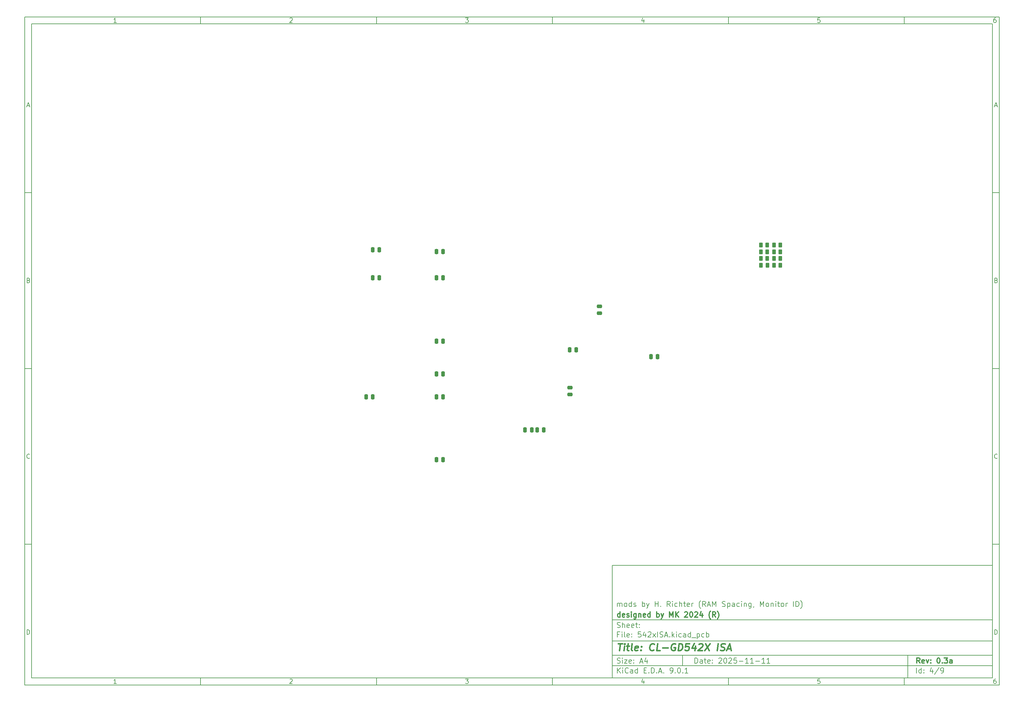
<source format=gbp>
%TF.GenerationSoftware,KiCad,Pcbnew,9.0.1*%
%TF.CreationDate,2025-11-11T13:16:59+01:00*%
%TF.ProjectId,542xISA,35343278-4953-4412-9e6b-696361645f70,0.3a*%
%TF.SameCoordinates,Original*%
%TF.FileFunction,Paste,Bot*%
%TF.FilePolarity,Positive*%
%FSLAX46Y46*%
G04 Gerber Fmt 4.6, Leading zero omitted, Abs format (unit mm)*
G04 Created by KiCad (PCBNEW 9.0.1) date 2025-11-11 13:16:59*
%MOMM*%
%LPD*%
G01*
G04 APERTURE LIST*
G04 Aperture macros list*
%AMRoundRect*
0 Rectangle with rounded corners*
0 $1 Rounding radius*
0 $2 $3 $4 $5 $6 $7 $8 $9 X,Y pos of 4 corners*
0 Add a 4 corners polygon primitive as box body*
4,1,4,$2,$3,$4,$5,$6,$7,$8,$9,$2,$3,0*
0 Add four circle primitives for the rounded corners*
1,1,$1+$1,$2,$3*
1,1,$1+$1,$4,$5*
1,1,$1+$1,$6,$7*
1,1,$1+$1,$8,$9*
0 Add four rect primitives between the rounded corners*
20,1,$1+$1,$2,$3,$4,$5,0*
20,1,$1+$1,$4,$5,$6,$7,0*
20,1,$1+$1,$6,$7,$8,$9,0*
20,1,$1+$1,$8,$9,$2,$3,0*%
G04 Aperture macros list end*
%ADD10C,0.100000*%
%ADD11C,0.150000*%
%ADD12C,0.300000*%
%ADD13C,0.400000*%
%ADD14RoundRect,0.250000X-0.250000X-0.475000X0.250000X-0.475000X0.250000X0.475000X-0.250000X0.475000X0*%
%ADD15RoundRect,0.250000X-0.475000X0.250000X-0.475000X-0.250000X0.475000X-0.250000X0.475000X0.250000X0*%
%ADD16RoundRect,0.250000X0.475000X-0.250000X0.475000X0.250000X-0.475000X0.250000X-0.475000X-0.250000X0*%
%ADD17RoundRect,0.250000X0.250000X0.475000X-0.250000X0.475000X-0.250000X-0.475000X0.250000X-0.475000X0*%
%ADD18RoundRect,0.250000X-0.262500X-0.450000X0.262500X-0.450000X0.262500X0.450000X-0.262500X0.450000X0*%
%ADD19RoundRect,0.250000X0.262500X0.450000X-0.262500X0.450000X-0.262500X-0.450000X0.262500X-0.450000X0*%
G04 APERTURE END LIST*
D10*
D11*
X177002200Y-166007200D02*
X285002200Y-166007200D01*
X285002200Y-198007200D01*
X177002200Y-198007200D01*
X177002200Y-166007200D01*
D10*
D11*
X10000000Y-10000000D02*
X287002200Y-10000000D01*
X287002200Y-200007200D01*
X10000000Y-200007200D01*
X10000000Y-10000000D01*
D10*
D11*
X12000000Y-12000000D02*
X285002200Y-12000000D01*
X285002200Y-198007200D01*
X12000000Y-198007200D01*
X12000000Y-12000000D01*
D10*
D11*
X60000000Y-12000000D02*
X60000000Y-10000000D01*
D10*
D11*
X110000000Y-12000000D02*
X110000000Y-10000000D01*
D10*
D11*
X160000000Y-12000000D02*
X160000000Y-10000000D01*
D10*
D11*
X210000000Y-12000000D02*
X210000000Y-10000000D01*
D10*
D11*
X260000000Y-12000000D02*
X260000000Y-10000000D01*
D10*
D11*
X36089160Y-11593604D02*
X35346303Y-11593604D01*
X35717731Y-11593604D02*
X35717731Y-10293604D01*
X35717731Y-10293604D02*
X35593922Y-10479319D01*
X35593922Y-10479319D02*
X35470112Y-10603128D01*
X35470112Y-10603128D02*
X35346303Y-10665033D01*
D10*
D11*
X85346303Y-10417414D02*
X85408207Y-10355509D01*
X85408207Y-10355509D02*
X85532017Y-10293604D01*
X85532017Y-10293604D02*
X85841541Y-10293604D01*
X85841541Y-10293604D02*
X85965350Y-10355509D01*
X85965350Y-10355509D02*
X86027255Y-10417414D01*
X86027255Y-10417414D02*
X86089160Y-10541223D01*
X86089160Y-10541223D02*
X86089160Y-10665033D01*
X86089160Y-10665033D02*
X86027255Y-10850747D01*
X86027255Y-10850747D02*
X85284398Y-11593604D01*
X85284398Y-11593604D02*
X86089160Y-11593604D01*
D10*
D11*
X135284398Y-10293604D02*
X136089160Y-10293604D01*
X136089160Y-10293604D02*
X135655826Y-10788842D01*
X135655826Y-10788842D02*
X135841541Y-10788842D01*
X135841541Y-10788842D02*
X135965350Y-10850747D01*
X135965350Y-10850747D02*
X136027255Y-10912652D01*
X136027255Y-10912652D02*
X136089160Y-11036461D01*
X136089160Y-11036461D02*
X136089160Y-11345985D01*
X136089160Y-11345985D02*
X136027255Y-11469795D01*
X136027255Y-11469795D02*
X135965350Y-11531700D01*
X135965350Y-11531700D02*
X135841541Y-11593604D01*
X135841541Y-11593604D02*
X135470112Y-11593604D01*
X135470112Y-11593604D02*
X135346303Y-11531700D01*
X135346303Y-11531700D02*
X135284398Y-11469795D01*
D10*
D11*
X185965350Y-10726938D02*
X185965350Y-11593604D01*
X185655826Y-10231700D02*
X185346303Y-11160271D01*
X185346303Y-11160271D02*
X186151064Y-11160271D01*
D10*
D11*
X236027255Y-10293604D02*
X235408207Y-10293604D01*
X235408207Y-10293604D02*
X235346303Y-10912652D01*
X235346303Y-10912652D02*
X235408207Y-10850747D01*
X235408207Y-10850747D02*
X235532017Y-10788842D01*
X235532017Y-10788842D02*
X235841541Y-10788842D01*
X235841541Y-10788842D02*
X235965350Y-10850747D01*
X235965350Y-10850747D02*
X236027255Y-10912652D01*
X236027255Y-10912652D02*
X236089160Y-11036461D01*
X236089160Y-11036461D02*
X236089160Y-11345985D01*
X236089160Y-11345985D02*
X236027255Y-11469795D01*
X236027255Y-11469795D02*
X235965350Y-11531700D01*
X235965350Y-11531700D02*
X235841541Y-11593604D01*
X235841541Y-11593604D02*
X235532017Y-11593604D01*
X235532017Y-11593604D02*
X235408207Y-11531700D01*
X235408207Y-11531700D02*
X235346303Y-11469795D01*
D10*
D11*
X285965350Y-10293604D02*
X285717731Y-10293604D01*
X285717731Y-10293604D02*
X285593922Y-10355509D01*
X285593922Y-10355509D02*
X285532017Y-10417414D01*
X285532017Y-10417414D02*
X285408207Y-10603128D01*
X285408207Y-10603128D02*
X285346303Y-10850747D01*
X285346303Y-10850747D02*
X285346303Y-11345985D01*
X285346303Y-11345985D02*
X285408207Y-11469795D01*
X285408207Y-11469795D02*
X285470112Y-11531700D01*
X285470112Y-11531700D02*
X285593922Y-11593604D01*
X285593922Y-11593604D02*
X285841541Y-11593604D01*
X285841541Y-11593604D02*
X285965350Y-11531700D01*
X285965350Y-11531700D02*
X286027255Y-11469795D01*
X286027255Y-11469795D02*
X286089160Y-11345985D01*
X286089160Y-11345985D02*
X286089160Y-11036461D01*
X286089160Y-11036461D02*
X286027255Y-10912652D01*
X286027255Y-10912652D02*
X285965350Y-10850747D01*
X285965350Y-10850747D02*
X285841541Y-10788842D01*
X285841541Y-10788842D02*
X285593922Y-10788842D01*
X285593922Y-10788842D02*
X285470112Y-10850747D01*
X285470112Y-10850747D02*
X285408207Y-10912652D01*
X285408207Y-10912652D02*
X285346303Y-11036461D01*
D10*
D11*
X60000000Y-198007200D02*
X60000000Y-200007200D01*
D10*
D11*
X110000000Y-198007200D02*
X110000000Y-200007200D01*
D10*
D11*
X160000000Y-198007200D02*
X160000000Y-200007200D01*
D10*
D11*
X210000000Y-198007200D02*
X210000000Y-200007200D01*
D10*
D11*
X260000000Y-198007200D02*
X260000000Y-200007200D01*
D10*
D11*
X36089160Y-199600804D02*
X35346303Y-199600804D01*
X35717731Y-199600804D02*
X35717731Y-198300804D01*
X35717731Y-198300804D02*
X35593922Y-198486519D01*
X35593922Y-198486519D02*
X35470112Y-198610328D01*
X35470112Y-198610328D02*
X35346303Y-198672233D01*
D10*
D11*
X85346303Y-198424614D02*
X85408207Y-198362709D01*
X85408207Y-198362709D02*
X85532017Y-198300804D01*
X85532017Y-198300804D02*
X85841541Y-198300804D01*
X85841541Y-198300804D02*
X85965350Y-198362709D01*
X85965350Y-198362709D02*
X86027255Y-198424614D01*
X86027255Y-198424614D02*
X86089160Y-198548423D01*
X86089160Y-198548423D02*
X86089160Y-198672233D01*
X86089160Y-198672233D02*
X86027255Y-198857947D01*
X86027255Y-198857947D02*
X85284398Y-199600804D01*
X85284398Y-199600804D02*
X86089160Y-199600804D01*
D10*
D11*
X135284398Y-198300804D02*
X136089160Y-198300804D01*
X136089160Y-198300804D02*
X135655826Y-198796042D01*
X135655826Y-198796042D02*
X135841541Y-198796042D01*
X135841541Y-198796042D02*
X135965350Y-198857947D01*
X135965350Y-198857947D02*
X136027255Y-198919852D01*
X136027255Y-198919852D02*
X136089160Y-199043661D01*
X136089160Y-199043661D02*
X136089160Y-199353185D01*
X136089160Y-199353185D02*
X136027255Y-199476995D01*
X136027255Y-199476995D02*
X135965350Y-199538900D01*
X135965350Y-199538900D02*
X135841541Y-199600804D01*
X135841541Y-199600804D02*
X135470112Y-199600804D01*
X135470112Y-199600804D02*
X135346303Y-199538900D01*
X135346303Y-199538900D02*
X135284398Y-199476995D01*
D10*
D11*
X185965350Y-198734138D02*
X185965350Y-199600804D01*
X185655826Y-198238900D02*
X185346303Y-199167471D01*
X185346303Y-199167471D02*
X186151064Y-199167471D01*
D10*
D11*
X236027255Y-198300804D02*
X235408207Y-198300804D01*
X235408207Y-198300804D02*
X235346303Y-198919852D01*
X235346303Y-198919852D02*
X235408207Y-198857947D01*
X235408207Y-198857947D02*
X235532017Y-198796042D01*
X235532017Y-198796042D02*
X235841541Y-198796042D01*
X235841541Y-198796042D02*
X235965350Y-198857947D01*
X235965350Y-198857947D02*
X236027255Y-198919852D01*
X236027255Y-198919852D02*
X236089160Y-199043661D01*
X236089160Y-199043661D02*
X236089160Y-199353185D01*
X236089160Y-199353185D02*
X236027255Y-199476995D01*
X236027255Y-199476995D02*
X235965350Y-199538900D01*
X235965350Y-199538900D02*
X235841541Y-199600804D01*
X235841541Y-199600804D02*
X235532017Y-199600804D01*
X235532017Y-199600804D02*
X235408207Y-199538900D01*
X235408207Y-199538900D02*
X235346303Y-199476995D01*
D10*
D11*
X285965350Y-198300804D02*
X285717731Y-198300804D01*
X285717731Y-198300804D02*
X285593922Y-198362709D01*
X285593922Y-198362709D02*
X285532017Y-198424614D01*
X285532017Y-198424614D02*
X285408207Y-198610328D01*
X285408207Y-198610328D02*
X285346303Y-198857947D01*
X285346303Y-198857947D02*
X285346303Y-199353185D01*
X285346303Y-199353185D02*
X285408207Y-199476995D01*
X285408207Y-199476995D02*
X285470112Y-199538900D01*
X285470112Y-199538900D02*
X285593922Y-199600804D01*
X285593922Y-199600804D02*
X285841541Y-199600804D01*
X285841541Y-199600804D02*
X285965350Y-199538900D01*
X285965350Y-199538900D02*
X286027255Y-199476995D01*
X286027255Y-199476995D02*
X286089160Y-199353185D01*
X286089160Y-199353185D02*
X286089160Y-199043661D01*
X286089160Y-199043661D02*
X286027255Y-198919852D01*
X286027255Y-198919852D02*
X285965350Y-198857947D01*
X285965350Y-198857947D02*
X285841541Y-198796042D01*
X285841541Y-198796042D02*
X285593922Y-198796042D01*
X285593922Y-198796042D02*
X285470112Y-198857947D01*
X285470112Y-198857947D02*
X285408207Y-198919852D01*
X285408207Y-198919852D02*
X285346303Y-199043661D01*
D10*
D11*
X10000000Y-60000000D02*
X12000000Y-60000000D01*
D10*
D11*
X10000000Y-110000000D02*
X12000000Y-110000000D01*
D10*
D11*
X10000000Y-160000000D02*
X12000000Y-160000000D01*
D10*
D11*
X10690476Y-35222176D02*
X11309523Y-35222176D01*
X10566666Y-35593604D02*
X10999999Y-34293604D01*
X10999999Y-34293604D02*
X11433333Y-35593604D01*
D10*
D11*
X11092857Y-84912652D02*
X11278571Y-84974557D01*
X11278571Y-84974557D02*
X11340476Y-85036461D01*
X11340476Y-85036461D02*
X11402380Y-85160271D01*
X11402380Y-85160271D02*
X11402380Y-85345985D01*
X11402380Y-85345985D02*
X11340476Y-85469795D01*
X11340476Y-85469795D02*
X11278571Y-85531700D01*
X11278571Y-85531700D02*
X11154761Y-85593604D01*
X11154761Y-85593604D02*
X10659523Y-85593604D01*
X10659523Y-85593604D02*
X10659523Y-84293604D01*
X10659523Y-84293604D02*
X11092857Y-84293604D01*
X11092857Y-84293604D02*
X11216666Y-84355509D01*
X11216666Y-84355509D02*
X11278571Y-84417414D01*
X11278571Y-84417414D02*
X11340476Y-84541223D01*
X11340476Y-84541223D02*
X11340476Y-84665033D01*
X11340476Y-84665033D02*
X11278571Y-84788842D01*
X11278571Y-84788842D02*
X11216666Y-84850747D01*
X11216666Y-84850747D02*
X11092857Y-84912652D01*
X11092857Y-84912652D02*
X10659523Y-84912652D01*
D10*
D11*
X11402380Y-135469795D02*
X11340476Y-135531700D01*
X11340476Y-135531700D02*
X11154761Y-135593604D01*
X11154761Y-135593604D02*
X11030952Y-135593604D01*
X11030952Y-135593604D02*
X10845238Y-135531700D01*
X10845238Y-135531700D02*
X10721428Y-135407890D01*
X10721428Y-135407890D02*
X10659523Y-135284080D01*
X10659523Y-135284080D02*
X10597619Y-135036461D01*
X10597619Y-135036461D02*
X10597619Y-134850747D01*
X10597619Y-134850747D02*
X10659523Y-134603128D01*
X10659523Y-134603128D02*
X10721428Y-134479319D01*
X10721428Y-134479319D02*
X10845238Y-134355509D01*
X10845238Y-134355509D02*
X11030952Y-134293604D01*
X11030952Y-134293604D02*
X11154761Y-134293604D01*
X11154761Y-134293604D02*
X11340476Y-134355509D01*
X11340476Y-134355509D02*
X11402380Y-134417414D01*
D10*
D11*
X10659523Y-185593604D02*
X10659523Y-184293604D01*
X10659523Y-184293604D02*
X10969047Y-184293604D01*
X10969047Y-184293604D02*
X11154761Y-184355509D01*
X11154761Y-184355509D02*
X11278571Y-184479319D01*
X11278571Y-184479319D02*
X11340476Y-184603128D01*
X11340476Y-184603128D02*
X11402380Y-184850747D01*
X11402380Y-184850747D02*
X11402380Y-185036461D01*
X11402380Y-185036461D02*
X11340476Y-185284080D01*
X11340476Y-185284080D02*
X11278571Y-185407890D01*
X11278571Y-185407890D02*
X11154761Y-185531700D01*
X11154761Y-185531700D02*
X10969047Y-185593604D01*
X10969047Y-185593604D02*
X10659523Y-185593604D01*
D10*
D11*
X287002200Y-60000000D02*
X285002200Y-60000000D01*
D10*
D11*
X287002200Y-110000000D02*
X285002200Y-110000000D01*
D10*
D11*
X287002200Y-160000000D02*
X285002200Y-160000000D01*
D10*
D11*
X285692676Y-35222176D02*
X286311723Y-35222176D01*
X285568866Y-35593604D02*
X286002199Y-34293604D01*
X286002199Y-34293604D02*
X286435533Y-35593604D01*
D10*
D11*
X286095057Y-84912652D02*
X286280771Y-84974557D01*
X286280771Y-84974557D02*
X286342676Y-85036461D01*
X286342676Y-85036461D02*
X286404580Y-85160271D01*
X286404580Y-85160271D02*
X286404580Y-85345985D01*
X286404580Y-85345985D02*
X286342676Y-85469795D01*
X286342676Y-85469795D02*
X286280771Y-85531700D01*
X286280771Y-85531700D02*
X286156961Y-85593604D01*
X286156961Y-85593604D02*
X285661723Y-85593604D01*
X285661723Y-85593604D02*
X285661723Y-84293604D01*
X285661723Y-84293604D02*
X286095057Y-84293604D01*
X286095057Y-84293604D02*
X286218866Y-84355509D01*
X286218866Y-84355509D02*
X286280771Y-84417414D01*
X286280771Y-84417414D02*
X286342676Y-84541223D01*
X286342676Y-84541223D02*
X286342676Y-84665033D01*
X286342676Y-84665033D02*
X286280771Y-84788842D01*
X286280771Y-84788842D02*
X286218866Y-84850747D01*
X286218866Y-84850747D02*
X286095057Y-84912652D01*
X286095057Y-84912652D02*
X285661723Y-84912652D01*
D10*
D11*
X286404580Y-135469795D02*
X286342676Y-135531700D01*
X286342676Y-135531700D02*
X286156961Y-135593604D01*
X286156961Y-135593604D02*
X286033152Y-135593604D01*
X286033152Y-135593604D02*
X285847438Y-135531700D01*
X285847438Y-135531700D02*
X285723628Y-135407890D01*
X285723628Y-135407890D02*
X285661723Y-135284080D01*
X285661723Y-135284080D02*
X285599819Y-135036461D01*
X285599819Y-135036461D02*
X285599819Y-134850747D01*
X285599819Y-134850747D02*
X285661723Y-134603128D01*
X285661723Y-134603128D02*
X285723628Y-134479319D01*
X285723628Y-134479319D02*
X285847438Y-134355509D01*
X285847438Y-134355509D02*
X286033152Y-134293604D01*
X286033152Y-134293604D02*
X286156961Y-134293604D01*
X286156961Y-134293604D02*
X286342676Y-134355509D01*
X286342676Y-134355509D02*
X286404580Y-134417414D01*
D10*
D11*
X285661723Y-185593604D02*
X285661723Y-184293604D01*
X285661723Y-184293604D02*
X285971247Y-184293604D01*
X285971247Y-184293604D02*
X286156961Y-184355509D01*
X286156961Y-184355509D02*
X286280771Y-184479319D01*
X286280771Y-184479319D02*
X286342676Y-184603128D01*
X286342676Y-184603128D02*
X286404580Y-184850747D01*
X286404580Y-184850747D02*
X286404580Y-185036461D01*
X286404580Y-185036461D02*
X286342676Y-185284080D01*
X286342676Y-185284080D02*
X286280771Y-185407890D01*
X286280771Y-185407890D02*
X286156961Y-185531700D01*
X286156961Y-185531700D02*
X285971247Y-185593604D01*
X285971247Y-185593604D02*
X285661723Y-185593604D01*
D10*
D11*
X200458026Y-193793328D02*
X200458026Y-192293328D01*
X200458026Y-192293328D02*
X200815169Y-192293328D01*
X200815169Y-192293328D02*
X201029455Y-192364757D01*
X201029455Y-192364757D02*
X201172312Y-192507614D01*
X201172312Y-192507614D02*
X201243741Y-192650471D01*
X201243741Y-192650471D02*
X201315169Y-192936185D01*
X201315169Y-192936185D02*
X201315169Y-193150471D01*
X201315169Y-193150471D02*
X201243741Y-193436185D01*
X201243741Y-193436185D02*
X201172312Y-193579042D01*
X201172312Y-193579042D02*
X201029455Y-193721900D01*
X201029455Y-193721900D02*
X200815169Y-193793328D01*
X200815169Y-193793328D02*
X200458026Y-193793328D01*
X202600884Y-193793328D02*
X202600884Y-193007614D01*
X202600884Y-193007614D02*
X202529455Y-192864757D01*
X202529455Y-192864757D02*
X202386598Y-192793328D01*
X202386598Y-192793328D02*
X202100884Y-192793328D01*
X202100884Y-192793328D02*
X201958026Y-192864757D01*
X202600884Y-193721900D02*
X202458026Y-193793328D01*
X202458026Y-193793328D02*
X202100884Y-193793328D01*
X202100884Y-193793328D02*
X201958026Y-193721900D01*
X201958026Y-193721900D02*
X201886598Y-193579042D01*
X201886598Y-193579042D02*
X201886598Y-193436185D01*
X201886598Y-193436185D02*
X201958026Y-193293328D01*
X201958026Y-193293328D02*
X202100884Y-193221900D01*
X202100884Y-193221900D02*
X202458026Y-193221900D01*
X202458026Y-193221900D02*
X202600884Y-193150471D01*
X203100884Y-192793328D02*
X203672312Y-192793328D01*
X203315169Y-192293328D02*
X203315169Y-193579042D01*
X203315169Y-193579042D02*
X203386598Y-193721900D01*
X203386598Y-193721900D02*
X203529455Y-193793328D01*
X203529455Y-193793328D02*
X203672312Y-193793328D01*
X204743741Y-193721900D02*
X204600884Y-193793328D01*
X204600884Y-193793328D02*
X204315170Y-193793328D01*
X204315170Y-193793328D02*
X204172312Y-193721900D01*
X204172312Y-193721900D02*
X204100884Y-193579042D01*
X204100884Y-193579042D02*
X204100884Y-193007614D01*
X204100884Y-193007614D02*
X204172312Y-192864757D01*
X204172312Y-192864757D02*
X204315170Y-192793328D01*
X204315170Y-192793328D02*
X204600884Y-192793328D01*
X204600884Y-192793328D02*
X204743741Y-192864757D01*
X204743741Y-192864757D02*
X204815170Y-193007614D01*
X204815170Y-193007614D02*
X204815170Y-193150471D01*
X204815170Y-193150471D02*
X204100884Y-193293328D01*
X205458026Y-193650471D02*
X205529455Y-193721900D01*
X205529455Y-193721900D02*
X205458026Y-193793328D01*
X205458026Y-193793328D02*
X205386598Y-193721900D01*
X205386598Y-193721900D02*
X205458026Y-193650471D01*
X205458026Y-193650471D02*
X205458026Y-193793328D01*
X205458026Y-192864757D02*
X205529455Y-192936185D01*
X205529455Y-192936185D02*
X205458026Y-193007614D01*
X205458026Y-193007614D02*
X205386598Y-192936185D01*
X205386598Y-192936185D02*
X205458026Y-192864757D01*
X205458026Y-192864757D02*
X205458026Y-193007614D01*
X207243741Y-192436185D02*
X207315169Y-192364757D01*
X207315169Y-192364757D02*
X207458027Y-192293328D01*
X207458027Y-192293328D02*
X207815169Y-192293328D01*
X207815169Y-192293328D02*
X207958027Y-192364757D01*
X207958027Y-192364757D02*
X208029455Y-192436185D01*
X208029455Y-192436185D02*
X208100884Y-192579042D01*
X208100884Y-192579042D02*
X208100884Y-192721900D01*
X208100884Y-192721900D02*
X208029455Y-192936185D01*
X208029455Y-192936185D02*
X207172312Y-193793328D01*
X207172312Y-193793328D02*
X208100884Y-193793328D01*
X209029455Y-192293328D02*
X209172312Y-192293328D01*
X209172312Y-192293328D02*
X209315169Y-192364757D01*
X209315169Y-192364757D02*
X209386598Y-192436185D01*
X209386598Y-192436185D02*
X209458026Y-192579042D01*
X209458026Y-192579042D02*
X209529455Y-192864757D01*
X209529455Y-192864757D02*
X209529455Y-193221900D01*
X209529455Y-193221900D02*
X209458026Y-193507614D01*
X209458026Y-193507614D02*
X209386598Y-193650471D01*
X209386598Y-193650471D02*
X209315169Y-193721900D01*
X209315169Y-193721900D02*
X209172312Y-193793328D01*
X209172312Y-193793328D02*
X209029455Y-193793328D01*
X209029455Y-193793328D02*
X208886598Y-193721900D01*
X208886598Y-193721900D02*
X208815169Y-193650471D01*
X208815169Y-193650471D02*
X208743740Y-193507614D01*
X208743740Y-193507614D02*
X208672312Y-193221900D01*
X208672312Y-193221900D02*
X208672312Y-192864757D01*
X208672312Y-192864757D02*
X208743740Y-192579042D01*
X208743740Y-192579042D02*
X208815169Y-192436185D01*
X208815169Y-192436185D02*
X208886598Y-192364757D01*
X208886598Y-192364757D02*
X209029455Y-192293328D01*
X210100883Y-192436185D02*
X210172311Y-192364757D01*
X210172311Y-192364757D02*
X210315169Y-192293328D01*
X210315169Y-192293328D02*
X210672311Y-192293328D01*
X210672311Y-192293328D02*
X210815169Y-192364757D01*
X210815169Y-192364757D02*
X210886597Y-192436185D01*
X210886597Y-192436185D02*
X210958026Y-192579042D01*
X210958026Y-192579042D02*
X210958026Y-192721900D01*
X210958026Y-192721900D02*
X210886597Y-192936185D01*
X210886597Y-192936185D02*
X210029454Y-193793328D01*
X210029454Y-193793328D02*
X210958026Y-193793328D01*
X212315168Y-192293328D02*
X211600882Y-192293328D01*
X211600882Y-192293328D02*
X211529454Y-193007614D01*
X211529454Y-193007614D02*
X211600882Y-192936185D01*
X211600882Y-192936185D02*
X211743740Y-192864757D01*
X211743740Y-192864757D02*
X212100882Y-192864757D01*
X212100882Y-192864757D02*
X212243740Y-192936185D01*
X212243740Y-192936185D02*
X212315168Y-193007614D01*
X212315168Y-193007614D02*
X212386597Y-193150471D01*
X212386597Y-193150471D02*
X212386597Y-193507614D01*
X212386597Y-193507614D02*
X212315168Y-193650471D01*
X212315168Y-193650471D02*
X212243740Y-193721900D01*
X212243740Y-193721900D02*
X212100882Y-193793328D01*
X212100882Y-193793328D02*
X211743740Y-193793328D01*
X211743740Y-193793328D02*
X211600882Y-193721900D01*
X211600882Y-193721900D02*
X211529454Y-193650471D01*
X213029453Y-193221900D02*
X214172311Y-193221900D01*
X215672311Y-193793328D02*
X214815168Y-193793328D01*
X215243739Y-193793328D02*
X215243739Y-192293328D01*
X215243739Y-192293328D02*
X215100882Y-192507614D01*
X215100882Y-192507614D02*
X214958025Y-192650471D01*
X214958025Y-192650471D02*
X214815168Y-192721900D01*
X217100882Y-193793328D02*
X216243739Y-193793328D01*
X216672310Y-193793328D02*
X216672310Y-192293328D01*
X216672310Y-192293328D02*
X216529453Y-192507614D01*
X216529453Y-192507614D02*
X216386596Y-192650471D01*
X216386596Y-192650471D02*
X216243739Y-192721900D01*
X217743738Y-193221900D02*
X218886596Y-193221900D01*
X220386596Y-193793328D02*
X219529453Y-193793328D01*
X219958024Y-193793328D02*
X219958024Y-192293328D01*
X219958024Y-192293328D02*
X219815167Y-192507614D01*
X219815167Y-192507614D02*
X219672310Y-192650471D01*
X219672310Y-192650471D02*
X219529453Y-192721900D01*
X221815167Y-193793328D02*
X220958024Y-193793328D01*
X221386595Y-193793328D02*
X221386595Y-192293328D01*
X221386595Y-192293328D02*
X221243738Y-192507614D01*
X221243738Y-192507614D02*
X221100881Y-192650471D01*
X221100881Y-192650471D02*
X220958024Y-192721900D01*
D10*
D11*
X177002200Y-194507200D02*
X285002200Y-194507200D01*
D10*
D11*
X178458026Y-196593328D02*
X178458026Y-195093328D01*
X179315169Y-196593328D02*
X178672312Y-195736185D01*
X179315169Y-195093328D02*
X178458026Y-195950471D01*
X179958026Y-196593328D02*
X179958026Y-195593328D01*
X179958026Y-195093328D02*
X179886598Y-195164757D01*
X179886598Y-195164757D02*
X179958026Y-195236185D01*
X179958026Y-195236185D02*
X180029455Y-195164757D01*
X180029455Y-195164757D02*
X179958026Y-195093328D01*
X179958026Y-195093328D02*
X179958026Y-195236185D01*
X181529455Y-196450471D02*
X181458027Y-196521900D01*
X181458027Y-196521900D02*
X181243741Y-196593328D01*
X181243741Y-196593328D02*
X181100884Y-196593328D01*
X181100884Y-196593328D02*
X180886598Y-196521900D01*
X180886598Y-196521900D02*
X180743741Y-196379042D01*
X180743741Y-196379042D02*
X180672312Y-196236185D01*
X180672312Y-196236185D02*
X180600884Y-195950471D01*
X180600884Y-195950471D02*
X180600884Y-195736185D01*
X180600884Y-195736185D02*
X180672312Y-195450471D01*
X180672312Y-195450471D02*
X180743741Y-195307614D01*
X180743741Y-195307614D02*
X180886598Y-195164757D01*
X180886598Y-195164757D02*
X181100884Y-195093328D01*
X181100884Y-195093328D02*
X181243741Y-195093328D01*
X181243741Y-195093328D02*
X181458027Y-195164757D01*
X181458027Y-195164757D02*
X181529455Y-195236185D01*
X182815170Y-196593328D02*
X182815170Y-195807614D01*
X182815170Y-195807614D02*
X182743741Y-195664757D01*
X182743741Y-195664757D02*
X182600884Y-195593328D01*
X182600884Y-195593328D02*
X182315170Y-195593328D01*
X182315170Y-195593328D02*
X182172312Y-195664757D01*
X182815170Y-196521900D02*
X182672312Y-196593328D01*
X182672312Y-196593328D02*
X182315170Y-196593328D01*
X182315170Y-196593328D02*
X182172312Y-196521900D01*
X182172312Y-196521900D02*
X182100884Y-196379042D01*
X182100884Y-196379042D02*
X182100884Y-196236185D01*
X182100884Y-196236185D02*
X182172312Y-196093328D01*
X182172312Y-196093328D02*
X182315170Y-196021900D01*
X182315170Y-196021900D02*
X182672312Y-196021900D01*
X182672312Y-196021900D02*
X182815170Y-195950471D01*
X184172313Y-196593328D02*
X184172313Y-195093328D01*
X184172313Y-196521900D02*
X184029455Y-196593328D01*
X184029455Y-196593328D02*
X183743741Y-196593328D01*
X183743741Y-196593328D02*
X183600884Y-196521900D01*
X183600884Y-196521900D02*
X183529455Y-196450471D01*
X183529455Y-196450471D02*
X183458027Y-196307614D01*
X183458027Y-196307614D02*
X183458027Y-195879042D01*
X183458027Y-195879042D02*
X183529455Y-195736185D01*
X183529455Y-195736185D02*
X183600884Y-195664757D01*
X183600884Y-195664757D02*
X183743741Y-195593328D01*
X183743741Y-195593328D02*
X184029455Y-195593328D01*
X184029455Y-195593328D02*
X184172313Y-195664757D01*
X186029455Y-195807614D02*
X186529455Y-195807614D01*
X186743741Y-196593328D02*
X186029455Y-196593328D01*
X186029455Y-196593328D02*
X186029455Y-195093328D01*
X186029455Y-195093328D02*
X186743741Y-195093328D01*
X187386598Y-196450471D02*
X187458027Y-196521900D01*
X187458027Y-196521900D02*
X187386598Y-196593328D01*
X187386598Y-196593328D02*
X187315170Y-196521900D01*
X187315170Y-196521900D02*
X187386598Y-196450471D01*
X187386598Y-196450471D02*
X187386598Y-196593328D01*
X188100884Y-196593328D02*
X188100884Y-195093328D01*
X188100884Y-195093328D02*
X188458027Y-195093328D01*
X188458027Y-195093328D02*
X188672313Y-195164757D01*
X188672313Y-195164757D02*
X188815170Y-195307614D01*
X188815170Y-195307614D02*
X188886599Y-195450471D01*
X188886599Y-195450471D02*
X188958027Y-195736185D01*
X188958027Y-195736185D02*
X188958027Y-195950471D01*
X188958027Y-195950471D02*
X188886599Y-196236185D01*
X188886599Y-196236185D02*
X188815170Y-196379042D01*
X188815170Y-196379042D02*
X188672313Y-196521900D01*
X188672313Y-196521900D02*
X188458027Y-196593328D01*
X188458027Y-196593328D02*
X188100884Y-196593328D01*
X189600884Y-196450471D02*
X189672313Y-196521900D01*
X189672313Y-196521900D02*
X189600884Y-196593328D01*
X189600884Y-196593328D02*
X189529456Y-196521900D01*
X189529456Y-196521900D02*
X189600884Y-196450471D01*
X189600884Y-196450471D02*
X189600884Y-196593328D01*
X190243742Y-196164757D02*
X190958028Y-196164757D01*
X190100885Y-196593328D02*
X190600885Y-195093328D01*
X190600885Y-195093328D02*
X191100885Y-196593328D01*
X191600884Y-196450471D02*
X191672313Y-196521900D01*
X191672313Y-196521900D02*
X191600884Y-196593328D01*
X191600884Y-196593328D02*
X191529456Y-196521900D01*
X191529456Y-196521900D02*
X191600884Y-196450471D01*
X191600884Y-196450471D02*
X191600884Y-196593328D01*
X193529456Y-196593328D02*
X193815170Y-196593328D01*
X193815170Y-196593328D02*
X193958027Y-196521900D01*
X193958027Y-196521900D02*
X194029456Y-196450471D01*
X194029456Y-196450471D02*
X194172313Y-196236185D01*
X194172313Y-196236185D02*
X194243742Y-195950471D01*
X194243742Y-195950471D02*
X194243742Y-195379042D01*
X194243742Y-195379042D02*
X194172313Y-195236185D01*
X194172313Y-195236185D02*
X194100885Y-195164757D01*
X194100885Y-195164757D02*
X193958027Y-195093328D01*
X193958027Y-195093328D02*
X193672313Y-195093328D01*
X193672313Y-195093328D02*
X193529456Y-195164757D01*
X193529456Y-195164757D02*
X193458027Y-195236185D01*
X193458027Y-195236185D02*
X193386599Y-195379042D01*
X193386599Y-195379042D02*
X193386599Y-195736185D01*
X193386599Y-195736185D02*
X193458027Y-195879042D01*
X193458027Y-195879042D02*
X193529456Y-195950471D01*
X193529456Y-195950471D02*
X193672313Y-196021900D01*
X193672313Y-196021900D02*
X193958027Y-196021900D01*
X193958027Y-196021900D02*
X194100885Y-195950471D01*
X194100885Y-195950471D02*
X194172313Y-195879042D01*
X194172313Y-195879042D02*
X194243742Y-195736185D01*
X194886598Y-196450471D02*
X194958027Y-196521900D01*
X194958027Y-196521900D02*
X194886598Y-196593328D01*
X194886598Y-196593328D02*
X194815170Y-196521900D01*
X194815170Y-196521900D02*
X194886598Y-196450471D01*
X194886598Y-196450471D02*
X194886598Y-196593328D01*
X195886599Y-195093328D02*
X196029456Y-195093328D01*
X196029456Y-195093328D02*
X196172313Y-195164757D01*
X196172313Y-195164757D02*
X196243742Y-195236185D01*
X196243742Y-195236185D02*
X196315170Y-195379042D01*
X196315170Y-195379042D02*
X196386599Y-195664757D01*
X196386599Y-195664757D02*
X196386599Y-196021900D01*
X196386599Y-196021900D02*
X196315170Y-196307614D01*
X196315170Y-196307614D02*
X196243742Y-196450471D01*
X196243742Y-196450471D02*
X196172313Y-196521900D01*
X196172313Y-196521900D02*
X196029456Y-196593328D01*
X196029456Y-196593328D02*
X195886599Y-196593328D01*
X195886599Y-196593328D02*
X195743742Y-196521900D01*
X195743742Y-196521900D02*
X195672313Y-196450471D01*
X195672313Y-196450471D02*
X195600884Y-196307614D01*
X195600884Y-196307614D02*
X195529456Y-196021900D01*
X195529456Y-196021900D02*
X195529456Y-195664757D01*
X195529456Y-195664757D02*
X195600884Y-195379042D01*
X195600884Y-195379042D02*
X195672313Y-195236185D01*
X195672313Y-195236185D02*
X195743742Y-195164757D01*
X195743742Y-195164757D02*
X195886599Y-195093328D01*
X197029455Y-196450471D02*
X197100884Y-196521900D01*
X197100884Y-196521900D02*
X197029455Y-196593328D01*
X197029455Y-196593328D02*
X196958027Y-196521900D01*
X196958027Y-196521900D02*
X197029455Y-196450471D01*
X197029455Y-196450471D02*
X197029455Y-196593328D01*
X198529456Y-196593328D02*
X197672313Y-196593328D01*
X198100884Y-196593328D02*
X198100884Y-195093328D01*
X198100884Y-195093328D02*
X197958027Y-195307614D01*
X197958027Y-195307614D02*
X197815170Y-195450471D01*
X197815170Y-195450471D02*
X197672313Y-195521900D01*
D10*
D11*
X177002200Y-191507200D02*
X285002200Y-191507200D01*
D10*
D12*
X264413853Y-193785528D02*
X263913853Y-193071242D01*
X263556710Y-193785528D02*
X263556710Y-192285528D01*
X263556710Y-192285528D02*
X264128139Y-192285528D01*
X264128139Y-192285528D02*
X264270996Y-192356957D01*
X264270996Y-192356957D02*
X264342425Y-192428385D01*
X264342425Y-192428385D02*
X264413853Y-192571242D01*
X264413853Y-192571242D02*
X264413853Y-192785528D01*
X264413853Y-192785528D02*
X264342425Y-192928385D01*
X264342425Y-192928385D02*
X264270996Y-192999814D01*
X264270996Y-192999814D02*
X264128139Y-193071242D01*
X264128139Y-193071242D02*
X263556710Y-193071242D01*
X265628139Y-193714100D02*
X265485282Y-193785528D01*
X265485282Y-193785528D02*
X265199568Y-193785528D01*
X265199568Y-193785528D02*
X265056710Y-193714100D01*
X265056710Y-193714100D02*
X264985282Y-193571242D01*
X264985282Y-193571242D02*
X264985282Y-192999814D01*
X264985282Y-192999814D02*
X265056710Y-192856957D01*
X265056710Y-192856957D02*
X265199568Y-192785528D01*
X265199568Y-192785528D02*
X265485282Y-192785528D01*
X265485282Y-192785528D02*
X265628139Y-192856957D01*
X265628139Y-192856957D02*
X265699568Y-192999814D01*
X265699568Y-192999814D02*
X265699568Y-193142671D01*
X265699568Y-193142671D02*
X264985282Y-193285528D01*
X266199567Y-192785528D02*
X266556710Y-193785528D01*
X266556710Y-193785528D02*
X266913853Y-192785528D01*
X267485281Y-193642671D02*
X267556710Y-193714100D01*
X267556710Y-193714100D02*
X267485281Y-193785528D01*
X267485281Y-193785528D02*
X267413853Y-193714100D01*
X267413853Y-193714100D02*
X267485281Y-193642671D01*
X267485281Y-193642671D02*
X267485281Y-193785528D01*
X267485281Y-192856957D02*
X267556710Y-192928385D01*
X267556710Y-192928385D02*
X267485281Y-192999814D01*
X267485281Y-192999814D02*
X267413853Y-192928385D01*
X267413853Y-192928385D02*
X267485281Y-192856957D01*
X267485281Y-192856957D02*
X267485281Y-192999814D01*
X269628139Y-192285528D02*
X269770996Y-192285528D01*
X269770996Y-192285528D02*
X269913853Y-192356957D01*
X269913853Y-192356957D02*
X269985282Y-192428385D01*
X269985282Y-192428385D02*
X270056710Y-192571242D01*
X270056710Y-192571242D02*
X270128139Y-192856957D01*
X270128139Y-192856957D02*
X270128139Y-193214100D01*
X270128139Y-193214100D02*
X270056710Y-193499814D01*
X270056710Y-193499814D02*
X269985282Y-193642671D01*
X269985282Y-193642671D02*
X269913853Y-193714100D01*
X269913853Y-193714100D02*
X269770996Y-193785528D01*
X269770996Y-193785528D02*
X269628139Y-193785528D01*
X269628139Y-193785528D02*
X269485282Y-193714100D01*
X269485282Y-193714100D02*
X269413853Y-193642671D01*
X269413853Y-193642671D02*
X269342424Y-193499814D01*
X269342424Y-193499814D02*
X269270996Y-193214100D01*
X269270996Y-193214100D02*
X269270996Y-192856957D01*
X269270996Y-192856957D02*
X269342424Y-192571242D01*
X269342424Y-192571242D02*
X269413853Y-192428385D01*
X269413853Y-192428385D02*
X269485282Y-192356957D01*
X269485282Y-192356957D02*
X269628139Y-192285528D01*
X270770995Y-193642671D02*
X270842424Y-193714100D01*
X270842424Y-193714100D02*
X270770995Y-193785528D01*
X270770995Y-193785528D02*
X270699567Y-193714100D01*
X270699567Y-193714100D02*
X270770995Y-193642671D01*
X270770995Y-193642671D02*
X270770995Y-193785528D01*
X271342424Y-192285528D02*
X272270996Y-192285528D01*
X272270996Y-192285528D02*
X271770996Y-192856957D01*
X271770996Y-192856957D02*
X271985281Y-192856957D01*
X271985281Y-192856957D02*
X272128139Y-192928385D01*
X272128139Y-192928385D02*
X272199567Y-192999814D01*
X272199567Y-192999814D02*
X272270996Y-193142671D01*
X272270996Y-193142671D02*
X272270996Y-193499814D01*
X272270996Y-193499814D02*
X272199567Y-193642671D01*
X272199567Y-193642671D02*
X272128139Y-193714100D01*
X272128139Y-193714100D02*
X271985281Y-193785528D01*
X271985281Y-193785528D02*
X271556710Y-193785528D01*
X271556710Y-193785528D02*
X271413853Y-193714100D01*
X271413853Y-193714100D02*
X271342424Y-193642671D01*
X273556710Y-193785528D02*
X273556710Y-192999814D01*
X273556710Y-192999814D02*
X273485281Y-192856957D01*
X273485281Y-192856957D02*
X273342424Y-192785528D01*
X273342424Y-192785528D02*
X273056710Y-192785528D01*
X273056710Y-192785528D02*
X272913852Y-192856957D01*
X273556710Y-193714100D02*
X273413852Y-193785528D01*
X273413852Y-193785528D02*
X273056710Y-193785528D01*
X273056710Y-193785528D02*
X272913852Y-193714100D01*
X272913852Y-193714100D02*
X272842424Y-193571242D01*
X272842424Y-193571242D02*
X272842424Y-193428385D01*
X272842424Y-193428385D02*
X272913852Y-193285528D01*
X272913852Y-193285528D02*
X273056710Y-193214100D01*
X273056710Y-193214100D02*
X273413852Y-193214100D01*
X273413852Y-193214100D02*
X273556710Y-193142671D01*
D10*
D11*
X178386598Y-193721900D02*
X178600884Y-193793328D01*
X178600884Y-193793328D02*
X178958026Y-193793328D01*
X178958026Y-193793328D02*
X179100884Y-193721900D01*
X179100884Y-193721900D02*
X179172312Y-193650471D01*
X179172312Y-193650471D02*
X179243741Y-193507614D01*
X179243741Y-193507614D02*
X179243741Y-193364757D01*
X179243741Y-193364757D02*
X179172312Y-193221900D01*
X179172312Y-193221900D02*
X179100884Y-193150471D01*
X179100884Y-193150471D02*
X178958026Y-193079042D01*
X178958026Y-193079042D02*
X178672312Y-193007614D01*
X178672312Y-193007614D02*
X178529455Y-192936185D01*
X178529455Y-192936185D02*
X178458026Y-192864757D01*
X178458026Y-192864757D02*
X178386598Y-192721900D01*
X178386598Y-192721900D02*
X178386598Y-192579042D01*
X178386598Y-192579042D02*
X178458026Y-192436185D01*
X178458026Y-192436185D02*
X178529455Y-192364757D01*
X178529455Y-192364757D02*
X178672312Y-192293328D01*
X178672312Y-192293328D02*
X179029455Y-192293328D01*
X179029455Y-192293328D02*
X179243741Y-192364757D01*
X179886597Y-193793328D02*
X179886597Y-192793328D01*
X179886597Y-192293328D02*
X179815169Y-192364757D01*
X179815169Y-192364757D02*
X179886597Y-192436185D01*
X179886597Y-192436185D02*
X179958026Y-192364757D01*
X179958026Y-192364757D02*
X179886597Y-192293328D01*
X179886597Y-192293328D02*
X179886597Y-192436185D01*
X180458026Y-192793328D02*
X181243741Y-192793328D01*
X181243741Y-192793328D02*
X180458026Y-193793328D01*
X180458026Y-193793328D02*
X181243741Y-193793328D01*
X182386598Y-193721900D02*
X182243741Y-193793328D01*
X182243741Y-193793328D02*
X181958027Y-193793328D01*
X181958027Y-193793328D02*
X181815169Y-193721900D01*
X181815169Y-193721900D02*
X181743741Y-193579042D01*
X181743741Y-193579042D02*
X181743741Y-193007614D01*
X181743741Y-193007614D02*
X181815169Y-192864757D01*
X181815169Y-192864757D02*
X181958027Y-192793328D01*
X181958027Y-192793328D02*
X182243741Y-192793328D01*
X182243741Y-192793328D02*
X182386598Y-192864757D01*
X182386598Y-192864757D02*
X182458027Y-193007614D01*
X182458027Y-193007614D02*
X182458027Y-193150471D01*
X182458027Y-193150471D02*
X181743741Y-193293328D01*
X183100883Y-193650471D02*
X183172312Y-193721900D01*
X183172312Y-193721900D02*
X183100883Y-193793328D01*
X183100883Y-193793328D02*
X183029455Y-193721900D01*
X183029455Y-193721900D02*
X183100883Y-193650471D01*
X183100883Y-193650471D02*
X183100883Y-193793328D01*
X183100883Y-192864757D02*
X183172312Y-192936185D01*
X183172312Y-192936185D02*
X183100883Y-193007614D01*
X183100883Y-193007614D02*
X183029455Y-192936185D01*
X183029455Y-192936185D02*
X183100883Y-192864757D01*
X183100883Y-192864757D02*
X183100883Y-193007614D01*
X184886598Y-193364757D02*
X185600884Y-193364757D01*
X184743741Y-193793328D02*
X185243741Y-192293328D01*
X185243741Y-192293328D02*
X185743741Y-193793328D01*
X186886598Y-192793328D02*
X186886598Y-193793328D01*
X186529455Y-192221900D02*
X186172312Y-193293328D01*
X186172312Y-193293328D02*
X187100883Y-193293328D01*
D10*
D11*
X263458026Y-196593328D02*
X263458026Y-195093328D01*
X264815170Y-196593328D02*
X264815170Y-195093328D01*
X264815170Y-196521900D02*
X264672312Y-196593328D01*
X264672312Y-196593328D02*
X264386598Y-196593328D01*
X264386598Y-196593328D02*
X264243741Y-196521900D01*
X264243741Y-196521900D02*
X264172312Y-196450471D01*
X264172312Y-196450471D02*
X264100884Y-196307614D01*
X264100884Y-196307614D02*
X264100884Y-195879042D01*
X264100884Y-195879042D02*
X264172312Y-195736185D01*
X264172312Y-195736185D02*
X264243741Y-195664757D01*
X264243741Y-195664757D02*
X264386598Y-195593328D01*
X264386598Y-195593328D02*
X264672312Y-195593328D01*
X264672312Y-195593328D02*
X264815170Y-195664757D01*
X265529455Y-196450471D02*
X265600884Y-196521900D01*
X265600884Y-196521900D02*
X265529455Y-196593328D01*
X265529455Y-196593328D02*
X265458027Y-196521900D01*
X265458027Y-196521900D02*
X265529455Y-196450471D01*
X265529455Y-196450471D02*
X265529455Y-196593328D01*
X265529455Y-195664757D02*
X265600884Y-195736185D01*
X265600884Y-195736185D02*
X265529455Y-195807614D01*
X265529455Y-195807614D02*
X265458027Y-195736185D01*
X265458027Y-195736185D02*
X265529455Y-195664757D01*
X265529455Y-195664757D02*
X265529455Y-195807614D01*
X268029456Y-195593328D02*
X268029456Y-196593328D01*
X267672313Y-195021900D02*
X267315170Y-196093328D01*
X267315170Y-196093328D02*
X268243741Y-196093328D01*
X269886598Y-195021900D02*
X268600884Y-196950471D01*
X270458027Y-196593328D02*
X270743741Y-196593328D01*
X270743741Y-196593328D02*
X270886598Y-196521900D01*
X270886598Y-196521900D02*
X270958027Y-196450471D01*
X270958027Y-196450471D02*
X271100884Y-196236185D01*
X271100884Y-196236185D02*
X271172313Y-195950471D01*
X271172313Y-195950471D02*
X271172313Y-195379042D01*
X271172313Y-195379042D02*
X271100884Y-195236185D01*
X271100884Y-195236185D02*
X271029456Y-195164757D01*
X271029456Y-195164757D02*
X270886598Y-195093328D01*
X270886598Y-195093328D02*
X270600884Y-195093328D01*
X270600884Y-195093328D02*
X270458027Y-195164757D01*
X270458027Y-195164757D02*
X270386598Y-195236185D01*
X270386598Y-195236185D02*
X270315170Y-195379042D01*
X270315170Y-195379042D02*
X270315170Y-195736185D01*
X270315170Y-195736185D02*
X270386598Y-195879042D01*
X270386598Y-195879042D02*
X270458027Y-195950471D01*
X270458027Y-195950471D02*
X270600884Y-196021900D01*
X270600884Y-196021900D02*
X270886598Y-196021900D01*
X270886598Y-196021900D02*
X271029456Y-195950471D01*
X271029456Y-195950471D02*
X271100884Y-195879042D01*
X271100884Y-195879042D02*
X271172313Y-195736185D01*
D10*
D11*
X177002200Y-187507200D02*
X285002200Y-187507200D01*
D10*
D13*
X178693928Y-188211638D02*
X179836785Y-188211638D01*
X179015357Y-190211638D02*
X179265357Y-188211638D01*
X180253452Y-190211638D02*
X180420119Y-188878304D01*
X180503452Y-188211638D02*
X180396309Y-188306876D01*
X180396309Y-188306876D02*
X180479643Y-188402114D01*
X180479643Y-188402114D02*
X180586786Y-188306876D01*
X180586786Y-188306876D02*
X180503452Y-188211638D01*
X180503452Y-188211638D02*
X180479643Y-188402114D01*
X181086786Y-188878304D02*
X181848690Y-188878304D01*
X181455833Y-188211638D02*
X181241548Y-189925923D01*
X181241548Y-189925923D02*
X181312976Y-190116400D01*
X181312976Y-190116400D02*
X181491548Y-190211638D01*
X181491548Y-190211638D02*
X181682024Y-190211638D01*
X182634405Y-190211638D02*
X182455833Y-190116400D01*
X182455833Y-190116400D02*
X182384405Y-189925923D01*
X182384405Y-189925923D02*
X182598690Y-188211638D01*
X184170119Y-190116400D02*
X183967738Y-190211638D01*
X183967738Y-190211638D02*
X183586785Y-190211638D01*
X183586785Y-190211638D02*
X183408214Y-190116400D01*
X183408214Y-190116400D02*
X183336785Y-189925923D01*
X183336785Y-189925923D02*
X183432024Y-189164019D01*
X183432024Y-189164019D02*
X183551071Y-188973542D01*
X183551071Y-188973542D02*
X183753452Y-188878304D01*
X183753452Y-188878304D02*
X184134404Y-188878304D01*
X184134404Y-188878304D02*
X184312976Y-188973542D01*
X184312976Y-188973542D02*
X184384404Y-189164019D01*
X184384404Y-189164019D02*
X184360595Y-189354495D01*
X184360595Y-189354495D02*
X183384404Y-189544971D01*
X185134405Y-190021161D02*
X185217738Y-190116400D01*
X185217738Y-190116400D02*
X185110595Y-190211638D01*
X185110595Y-190211638D02*
X185027262Y-190116400D01*
X185027262Y-190116400D02*
X185134405Y-190021161D01*
X185134405Y-190021161D02*
X185110595Y-190211638D01*
X185265357Y-188973542D02*
X185348690Y-189068780D01*
X185348690Y-189068780D02*
X185241548Y-189164019D01*
X185241548Y-189164019D02*
X185158214Y-189068780D01*
X185158214Y-189068780D02*
X185265357Y-188973542D01*
X185265357Y-188973542D02*
X185241548Y-189164019D01*
X188753453Y-190021161D02*
X188646310Y-190116400D01*
X188646310Y-190116400D02*
X188348691Y-190211638D01*
X188348691Y-190211638D02*
X188158215Y-190211638D01*
X188158215Y-190211638D02*
X187884405Y-190116400D01*
X187884405Y-190116400D02*
X187717739Y-189925923D01*
X187717739Y-189925923D02*
X187646310Y-189735447D01*
X187646310Y-189735447D02*
X187598691Y-189354495D01*
X187598691Y-189354495D02*
X187634405Y-189068780D01*
X187634405Y-189068780D02*
X187777262Y-188687828D01*
X187777262Y-188687828D02*
X187896310Y-188497352D01*
X187896310Y-188497352D02*
X188110596Y-188306876D01*
X188110596Y-188306876D02*
X188408215Y-188211638D01*
X188408215Y-188211638D02*
X188598691Y-188211638D01*
X188598691Y-188211638D02*
X188872501Y-188306876D01*
X188872501Y-188306876D02*
X188955834Y-188402114D01*
X190539167Y-190211638D02*
X189586786Y-190211638D01*
X189586786Y-190211638D02*
X189836786Y-188211638D01*
X191301072Y-189449733D02*
X192824882Y-189449733D01*
X194967739Y-188306876D02*
X194789167Y-188211638D01*
X194789167Y-188211638D02*
X194503453Y-188211638D01*
X194503453Y-188211638D02*
X194205834Y-188306876D01*
X194205834Y-188306876D02*
X193991548Y-188497352D01*
X193991548Y-188497352D02*
X193872500Y-188687828D01*
X193872500Y-188687828D02*
X193729643Y-189068780D01*
X193729643Y-189068780D02*
X193693929Y-189354495D01*
X193693929Y-189354495D02*
X193741548Y-189735447D01*
X193741548Y-189735447D02*
X193812977Y-189925923D01*
X193812977Y-189925923D02*
X193979643Y-190116400D01*
X193979643Y-190116400D02*
X194253453Y-190211638D01*
X194253453Y-190211638D02*
X194443929Y-190211638D01*
X194443929Y-190211638D02*
X194741548Y-190116400D01*
X194741548Y-190116400D02*
X194848691Y-190021161D01*
X194848691Y-190021161D02*
X194932024Y-189354495D01*
X194932024Y-189354495D02*
X194551072Y-189354495D01*
X195682024Y-190211638D02*
X195932024Y-188211638D01*
X195932024Y-188211638D02*
X196408215Y-188211638D01*
X196408215Y-188211638D02*
X196682024Y-188306876D01*
X196682024Y-188306876D02*
X196848691Y-188497352D01*
X196848691Y-188497352D02*
X196920119Y-188687828D01*
X196920119Y-188687828D02*
X196967739Y-189068780D01*
X196967739Y-189068780D02*
X196932024Y-189354495D01*
X196932024Y-189354495D02*
X196789167Y-189735447D01*
X196789167Y-189735447D02*
X196670119Y-189925923D01*
X196670119Y-189925923D02*
X196455834Y-190116400D01*
X196455834Y-190116400D02*
X196158215Y-190211638D01*
X196158215Y-190211638D02*
X195682024Y-190211638D01*
X198884405Y-188211638D02*
X197932024Y-188211638D01*
X197932024Y-188211638D02*
X197717739Y-189164019D01*
X197717739Y-189164019D02*
X197824881Y-189068780D01*
X197824881Y-189068780D02*
X198027262Y-188973542D01*
X198027262Y-188973542D02*
X198503453Y-188973542D01*
X198503453Y-188973542D02*
X198682024Y-189068780D01*
X198682024Y-189068780D02*
X198765358Y-189164019D01*
X198765358Y-189164019D02*
X198836786Y-189354495D01*
X198836786Y-189354495D02*
X198777262Y-189830685D01*
X198777262Y-189830685D02*
X198658215Y-190021161D01*
X198658215Y-190021161D02*
X198551072Y-190116400D01*
X198551072Y-190116400D02*
X198348691Y-190211638D01*
X198348691Y-190211638D02*
X197872500Y-190211638D01*
X197872500Y-190211638D02*
X197693929Y-190116400D01*
X197693929Y-190116400D02*
X197610596Y-190021161D01*
X200610596Y-188878304D02*
X200443929Y-190211638D01*
X200229643Y-188116400D02*
X199574881Y-189544971D01*
X199574881Y-189544971D02*
X200812977Y-189544971D01*
X201622501Y-188402114D02*
X201729643Y-188306876D01*
X201729643Y-188306876D02*
X201932024Y-188211638D01*
X201932024Y-188211638D02*
X202408215Y-188211638D01*
X202408215Y-188211638D02*
X202586786Y-188306876D01*
X202586786Y-188306876D02*
X202670120Y-188402114D01*
X202670120Y-188402114D02*
X202741548Y-188592590D01*
X202741548Y-188592590D02*
X202717739Y-188783066D01*
X202717739Y-188783066D02*
X202586786Y-189068780D01*
X202586786Y-189068780D02*
X201301072Y-190211638D01*
X201301072Y-190211638D02*
X202539167Y-190211638D01*
X203455834Y-188211638D02*
X204539167Y-190211638D01*
X204789167Y-188211638D02*
X203205834Y-190211638D01*
X206824882Y-190211638D02*
X207074882Y-188211638D01*
X207693930Y-190116400D02*
X207967739Y-190211638D01*
X207967739Y-190211638D02*
X208443930Y-190211638D01*
X208443930Y-190211638D02*
X208646311Y-190116400D01*
X208646311Y-190116400D02*
X208753454Y-190021161D01*
X208753454Y-190021161D02*
X208872501Y-189830685D01*
X208872501Y-189830685D02*
X208896311Y-189640209D01*
X208896311Y-189640209D02*
X208824882Y-189449733D01*
X208824882Y-189449733D02*
X208741549Y-189354495D01*
X208741549Y-189354495D02*
X208562978Y-189259257D01*
X208562978Y-189259257D02*
X208193930Y-189164019D01*
X208193930Y-189164019D02*
X208015358Y-189068780D01*
X208015358Y-189068780D02*
X207932025Y-188973542D01*
X207932025Y-188973542D02*
X207860597Y-188783066D01*
X207860597Y-188783066D02*
X207884406Y-188592590D01*
X207884406Y-188592590D02*
X208003454Y-188402114D01*
X208003454Y-188402114D02*
X208110597Y-188306876D01*
X208110597Y-188306876D02*
X208312978Y-188211638D01*
X208312978Y-188211638D02*
X208789168Y-188211638D01*
X208789168Y-188211638D02*
X209062978Y-188306876D01*
X209658216Y-189640209D02*
X210610597Y-189640209D01*
X209396311Y-190211638D02*
X210312978Y-188211638D01*
X210312978Y-188211638D02*
X210729644Y-190211638D01*
D10*
D11*
X178958026Y-185607614D02*
X178458026Y-185607614D01*
X178458026Y-186393328D02*
X178458026Y-184893328D01*
X178458026Y-184893328D02*
X179172312Y-184893328D01*
X179743740Y-186393328D02*
X179743740Y-185393328D01*
X179743740Y-184893328D02*
X179672312Y-184964757D01*
X179672312Y-184964757D02*
X179743740Y-185036185D01*
X179743740Y-185036185D02*
X179815169Y-184964757D01*
X179815169Y-184964757D02*
X179743740Y-184893328D01*
X179743740Y-184893328D02*
X179743740Y-185036185D01*
X180672312Y-186393328D02*
X180529455Y-186321900D01*
X180529455Y-186321900D02*
X180458026Y-186179042D01*
X180458026Y-186179042D02*
X180458026Y-184893328D01*
X181815169Y-186321900D02*
X181672312Y-186393328D01*
X181672312Y-186393328D02*
X181386598Y-186393328D01*
X181386598Y-186393328D02*
X181243740Y-186321900D01*
X181243740Y-186321900D02*
X181172312Y-186179042D01*
X181172312Y-186179042D02*
X181172312Y-185607614D01*
X181172312Y-185607614D02*
X181243740Y-185464757D01*
X181243740Y-185464757D02*
X181386598Y-185393328D01*
X181386598Y-185393328D02*
X181672312Y-185393328D01*
X181672312Y-185393328D02*
X181815169Y-185464757D01*
X181815169Y-185464757D02*
X181886598Y-185607614D01*
X181886598Y-185607614D02*
X181886598Y-185750471D01*
X181886598Y-185750471D02*
X181172312Y-185893328D01*
X182529454Y-186250471D02*
X182600883Y-186321900D01*
X182600883Y-186321900D02*
X182529454Y-186393328D01*
X182529454Y-186393328D02*
X182458026Y-186321900D01*
X182458026Y-186321900D02*
X182529454Y-186250471D01*
X182529454Y-186250471D02*
X182529454Y-186393328D01*
X182529454Y-185464757D02*
X182600883Y-185536185D01*
X182600883Y-185536185D02*
X182529454Y-185607614D01*
X182529454Y-185607614D02*
X182458026Y-185536185D01*
X182458026Y-185536185D02*
X182529454Y-185464757D01*
X182529454Y-185464757D02*
X182529454Y-185607614D01*
X185100883Y-184893328D02*
X184386597Y-184893328D01*
X184386597Y-184893328D02*
X184315169Y-185607614D01*
X184315169Y-185607614D02*
X184386597Y-185536185D01*
X184386597Y-185536185D02*
X184529455Y-185464757D01*
X184529455Y-185464757D02*
X184886597Y-185464757D01*
X184886597Y-185464757D02*
X185029455Y-185536185D01*
X185029455Y-185536185D02*
X185100883Y-185607614D01*
X185100883Y-185607614D02*
X185172312Y-185750471D01*
X185172312Y-185750471D02*
X185172312Y-186107614D01*
X185172312Y-186107614D02*
X185100883Y-186250471D01*
X185100883Y-186250471D02*
X185029455Y-186321900D01*
X185029455Y-186321900D02*
X184886597Y-186393328D01*
X184886597Y-186393328D02*
X184529455Y-186393328D01*
X184529455Y-186393328D02*
X184386597Y-186321900D01*
X184386597Y-186321900D02*
X184315169Y-186250471D01*
X186458026Y-185393328D02*
X186458026Y-186393328D01*
X186100883Y-184821900D02*
X185743740Y-185893328D01*
X185743740Y-185893328D02*
X186672311Y-185893328D01*
X187172311Y-185036185D02*
X187243739Y-184964757D01*
X187243739Y-184964757D02*
X187386597Y-184893328D01*
X187386597Y-184893328D02*
X187743739Y-184893328D01*
X187743739Y-184893328D02*
X187886597Y-184964757D01*
X187886597Y-184964757D02*
X187958025Y-185036185D01*
X187958025Y-185036185D02*
X188029454Y-185179042D01*
X188029454Y-185179042D02*
X188029454Y-185321900D01*
X188029454Y-185321900D02*
X187958025Y-185536185D01*
X187958025Y-185536185D02*
X187100882Y-186393328D01*
X187100882Y-186393328D02*
X188029454Y-186393328D01*
X188529453Y-186393328D02*
X189315168Y-185393328D01*
X188529453Y-185393328D02*
X189315168Y-186393328D01*
X189886596Y-186393328D02*
X189886596Y-184893328D01*
X190529454Y-186321900D02*
X190743740Y-186393328D01*
X190743740Y-186393328D02*
X191100882Y-186393328D01*
X191100882Y-186393328D02*
X191243740Y-186321900D01*
X191243740Y-186321900D02*
X191315168Y-186250471D01*
X191315168Y-186250471D02*
X191386597Y-186107614D01*
X191386597Y-186107614D02*
X191386597Y-185964757D01*
X191386597Y-185964757D02*
X191315168Y-185821900D01*
X191315168Y-185821900D02*
X191243740Y-185750471D01*
X191243740Y-185750471D02*
X191100882Y-185679042D01*
X191100882Y-185679042D02*
X190815168Y-185607614D01*
X190815168Y-185607614D02*
X190672311Y-185536185D01*
X190672311Y-185536185D02*
X190600882Y-185464757D01*
X190600882Y-185464757D02*
X190529454Y-185321900D01*
X190529454Y-185321900D02*
X190529454Y-185179042D01*
X190529454Y-185179042D02*
X190600882Y-185036185D01*
X190600882Y-185036185D02*
X190672311Y-184964757D01*
X190672311Y-184964757D02*
X190815168Y-184893328D01*
X190815168Y-184893328D02*
X191172311Y-184893328D01*
X191172311Y-184893328D02*
X191386597Y-184964757D01*
X191958025Y-185964757D02*
X192672311Y-185964757D01*
X191815168Y-186393328D02*
X192315168Y-184893328D01*
X192315168Y-184893328D02*
X192815168Y-186393328D01*
X193315167Y-186250471D02*
X193386596Y-186321900D01*
X193386596Y-186321900D02*
X193315167Y-186393328D01*
X193315167Y-186393328D02*
X193243739Y-186321900D01*
X193243739Y-186321900D02*
X193315167Y-186250471D01*
X193315167Y-186250471D02*
X193315167Y-186393328D01*
X194029453Y-186393328D02*
X194029453Y-184893328D01*
X194172311Y-185821900D02*
X194600882Y-186393328D01*
X194600882Y-185393328D02*
X194029453Y-185964757D01*
X195243739Y-186393328D02*
X195243739Y-185393328D01*
X195243739Y-184893328D02*
X195172311Y-184964757D01*
X195172311Y-184964757D02*
X195243739Y-185036185D01*
X195243739Y-185036185D02*
X195315168Y-184964757D01*
X195315168Y-184964757D02*
X195243739Y-184893328D01*
X195243739Y-184893328D02*
X195243739Y-185036185D01*
X196600883Y-186321900D02*
X196458025Y-186393328D01*
X196458025Y-186393328D02*
X196172311Y-186393328D01*
X196172311Y-186393328D02*
X196029454Y-186321900D01*
X196029454Y-186321900D02*
X195958025Y-186250471D01*
X195958025Y-186250471D02*
X195886597Y-186107614D01*
X195886597Y-186107614D02*
X195886597Y-185679042D01*
X195886597Y-185679042D02*
X195958025Y-185536185D01*
X195958025Y-185536185D02*
X196029454Y-185464757D01*
X196029454Y-185464757D02*
X196172311Y-185393328D01*
X196172311Y-185393328D02*
X196458025Y-185393328D01*
X196458025Y-185393328D02*
X196600883Y-185464757D01*
X197886597Y-186393328D02*
X197886597Y-185607614D01*
X197886597Y-185607614D02*
X197815168Y-185464757D01*
X197815168Y-185464757D02*
X197672311Y-185393328D01*
X197672311Y-185393328D02*
X197386597Y-185393328D01*
X197386597Y-185393328D02*
X197243739Y-185464757D01*
X197886597Y-186321900D02*
X197743739Y-186393328D01*
X197743739Y-186393328D02*
X197386597Y-186393328D01*
X197386597Y-186393328D02*
X197243739Y-186321900D01*
X197243739Y-186321900D02*
X197172311Y-186179042D01*
X197172311Y-186179042D02*
X197172311Y-186036185D01*
X197172311Y-186036185D02*
X197243739Y-185893328D01*
X197243739Y-185893328D02*
X197386597Y-185821900D01*
X197386597Y-185821900D02*
X197743739Y-185821900D01*
X197743739Y-185821900D02*
X197886597Y-185750471D01*
X199243740Y-186393328D02*
X199243740Y-184893328D01*
X199243740Y-186321900D02*
X199100882Y-186393328D01*
X199100882Y-186393328D02*
X198815168Y-186393328D01*
X198815168Y-186393328D02*
X198672311Y-186321900D01*
X198672311Y-186321900D02*
X198600882Y-186250471D01*
X198600882Y-186250471D02*
X198529454Y-186107614D01*
X198529454Y-186107614D02*
X198529454Y-185679042D01*
X198529454Y-185679042D02*
X198600882Y-185536185D01*
X198600882Y-185536185D02*
X198672311Y-185464757D01*
X198672311Y-185464757D02*
X198815168Y-185393328D01*
X198815168Y-185393328D02*
X199100882Y-185393328D01*
X199100882Y-185393328D02*
X199243740Y-185464757D01*
X199600883Y-186536185D02*
X200743740Y-186536185D01*
X201100882Y-185393328D02*
X201100882Y-186893328D01*
X201100882Y-185464757D02*
X201243740Y-185393328D01*
X201243740Y-185393328D02*
X201529454Y-185393328D01*
X201529454Y-185393328D02*
X201672311Y-185464757D01*
X201672311Y-185464757D02*
X201743740Y-185536185D01*
X201743740Y-185536185D02*
X201815168Y-185679042D01*
X201815168Y-185679042D02*
X201815168Y-186107614D01*
X201815168Y-186107614D02*
X201743740Y-186250471D01*
X201743740Y-186250471D02*
X201672311Y-186321900D01*
X201672311Y-186321900D02*
X201529454Y-186393328D01*
X201529454Y-186393328D02*
X201243740Y-186393328D01*
X201243740Y-186393328D02*
X201100882Y-186321900D01*
X203100883Y-186321900D02*
X202958025Y-186393328D01*
X202958025Y-186393328D02*
X202672311Y-186393328D01*
X202672311Y-186393328D02*
X202529454Y-186321900D01*
X202529454Y-186321900D02*
X202458025Y-186250471D01*
X202458025Y-186250471D02*
X202386597Y-186107614D01*
X202386597Y-186107614D02*
X202386597Y-185679042D01*
X202386597Y-185679042D02*
X202458025Y-185536185D01*
X202458025Y-185536185D02*
X202529454Y-185464757D01*
X202529454Y-185464757D02*
X202672311Y-185393328D01*
X202672311Y-185393328D02*
X202958025Y-185393328D01*
X202958025Y-185393328D02*
X203100883Y-185464757D01*
X203743739Y-186393328D02*
X203743739Y-184893328D01*
X203743739Y-185464757D02*
X203886597Y-185393328D01*
X203886597Y-185393328D02*
X204172311Y-185393328D01*
X204172311Y-185393328D02*
X204315168Y-185464757D01*
X204315168Y-185464757D02*
X204386597Y-185536185D01*
X204386597Y-185536185D02*
X204458025Y-185679042D01*
X204458025Y-185679042D02*
X204458025Y-186107614D01*
X204458025Y-186107614D02*
X204386597Y-186250471D01*
X204386597Y-186250471D02*
X204315168Y-186321900D01*
X204315168Y-186321900D02*
X204172311Y-186393328D01*
X204172311Y-186393328D02*
X203886597Y-186393328D01*
X203886597Y-186393328D02*
X203743739Y-186321900D01*
D10*
D11*
X177002200Y-181507200D02*
X285002200Y-181507200D01*
D10*
D11*
X178386598Y-183621900D02*
X178600884Y-183693328D01*
X178600884Y-183693328D02*
X178958026Y-183693328D01*
X178958026Y-183693328D02*
X179100884Y-183621900D01*
X179100884Y-183621900D02*
X179172312Y-183550471D01*
X179172312Y-183550471D02*
X179243741Y-183407614D01*
X179243741Y-183407614D02*
X179243741Y-183264757D01*
X179243741Y-183264757D02*
X179172312Y-183121900D01*
X179172312Y-183121900D02*
X179100884Y-183050471D01*
X179100884Y-183050471D02*
X178958026Y-182979042D01*
X178958026Y-182979042D02*
X178672312Y-182907614D01*
X178672312Y-182907614D02*
X178529455Y-182836185D01*
X178529455Y-182836185D02*
X178458026Y-182764757D01*
X178458026Y-182764757D02*
X178386598Y-182621900D01*
X178386598Y-182621900D02*
X178386598Y-182479042D01*
X178386598Y-182479042D02*
X178458026Y-182336185D01*
X178458026Y-182336185D02*
X178529455Y-182264757D01*
X178529455Y-182264757D02*
X178672312Y-182193328D01*
X178672312Y-182193328D02*
X179029455Y-182193328D01*
X179029455Y-182193328D02*
X179243741Y-182264757D01*
X179886597Y-183693328D02*
X179886597Y-182193328D01*
X180529455Y-183693328D02*
X180529455Y-182907614D01*
X180529455Y-182907614D02*
X180458026Y-182764757D01*
X180458026Y-182764757D02*
X180315169Y-182693328D01*
X180315169Y-182693328D02*
X180100883Y-182693328D01*
X180100883Y-182693328D02*
X179958026Y-182764757D01*
X179958026Y-182764757D02*
X179886597Y-182836185D01*
X181815169Y-183621900D02*
X181672312Y-183693328D01*
X181672312Y-183693328D02*
X181386598Y-183693328D01*
X181386598Y-183693328D02*
X181243740Y-183621900D01*
X181243740Y-183621900D02*
X181172312Y-183479042D01*
X181172312Y-183479042D02*
X181172312Y-182907614D01*
X181172312Y-182907614D02*
X181243740Y-182764757D01*
X181243740Y-182764757D02*
X181386598Y-182693328D01*
X181386598Y-182693328D02*
X181672312Y-182693328D01*
X181672312Y-182693328D02*
X181815169Y-182764757D01*
X181815169Y-182764757D02*
X181886598Y-182907614D01*
X181886598Y-182907614D02*
X181886598Y-183050471D01*
X181886598Y-183050471D02*
X181172312Y-183193328D01*
X183100883Y-183621900D02*
X182958026Y-183693328D01*
X182958026Y-183693328D02*
X182672312Y-183693328D01*
X182672312Y-183693328D02*
X182529454Y-183621900D01*
X182529454Y-183621900D02*
X182458026Y-183479042D01*
X182458026Y-183479042D02*
X182458026Y-182907614D01*
X182458026Y-182907614D02*
X182529454Y-182764757D01*
X182529454Y-182764757D02*
X182672312Y-182693328D01*
X182672312Y-182693328D02*
X182958026Y-182693328D01*
X182958026Y-182693328D02*
X183100883Y-182764757D01*
X183100883Y-182764757D02*
X183172312Y-182907614D01*
X183172312Y-182907614D02*
X183172312Y-183050471D01*
X183172312Y-183050471D02*
X182458026Y-183193328D01*
X183600883Y-182693328D02*
X184172311Y-182693328D01*
X183815168Y-182193328D02*
X183815168Y-183479042D01*
X183815168Y-183479042D02*
X183886597Y-183621900D01*
X183886597Y-183621900D02*
X184029454Y-183693328D01*
X184029454Y-183693328D02*
X184172311Y-183693328D01*
X184672311Y-183550471D02*
X184743740Y-183621900D01*
X184743740Y-183621900D02*
X184672311Y-183693328D01*
X184672311Y-183693328D02*
X184600883Y-183621900D01*
X184600883Y-183621900D02*
X184672311Y-183550471D01*
X184672311Y-183550471D02*
X184672311Y-183693328D01*
X184672311Y-182764757D02*
X184743740Y-182836185D01*
X184743740Y-182836185D02*
X184672311Y-182907614D01*
X184672311Y-182907614D02*
X184600883Y-182836185D01*
X184600883Y-182836185D02*
X184672311Y-182764757D01*
X184672311Y-182764757D02*
X184672311Y-182907614D01*
D10*
D12*
X179199568Y-180685528D02*
X179199568Y-179185528D01*
X179199568Y-180614100D02*
X179056710Y-180685528D01*
X179056710Y-180685528D02*
X178770996Y-180685528D01*
X178770996Y-180685528D02*
X178628139Y-180614100D01*
X178628139Y-180614100D02*
X178556710Y-180542671D01*
X178556710Y-180542671D02*
X178485282Y-180399814D01*
X178485282Y-180399814D02*
X178485282Y-179971242D01*
X178485282Y-179971242D02*
X178556710Y-179828385D01*
X178556710Y-179828385D02*
X178628139Y-179756957D01*
X178628139Y-179756957D02*
X178770996Y-179685528D01*
X178770996Y-179685528D02*
X179056710Y-179685528D01*
X179056710Y-179685528D02*
X179199568Y-179756957D01*
X180485282Y-180614100D02*
X180342425Y-180685528D01*
X180342425Y-180685528D02*
X180056711Y-180685528D01*
X180056711Y-180685528D02*
X179913853Y-180614100D01*
X179913853Y-180614100D02*
X179842425Y-180471242D01*
X179842425Y-180471242D02*
X179842425Y-179899814D01*
X179842425Y-179899814D02*
X179913853Y-179756957D01*
X179913853Y-179756957D02*
X180056711Y-179685528D01*
X180056711Y-179685528D02*
X180342425Y-179685528D01*
X180342425Y-179685528D02*
X180485282Y-179756957D01*
X180485282Y-179756957D02*
X180556711Y-179899814D01*
X180556711Y-179899814D02*
X180556711Y-180042671D01*
X180556711Y-180042671D02*
X179842425Y-180185528D01*
X181128139Y-180614100D02*
X181270996Y-180685528D01*
X181270996Y-180685528D02*
X181556710Y-180685528D01*
X181556710Y-180685528D02*
X181699567Y-180614100D01*
X181699567Y-180614100D02*
X181770996Y-180471242D01*
X181770996Y-180471242D02*
X181770996Y-180399814D01*
X181770996Y-180399814D02*
X181699567Y-180256957D01*
X181699567Y-180256957D02*
X181556710Y-180185528D01*
X181556710Y-180185528D02*
X181342425Y-180185528D01*
X181342425Y-180185528D02*
X181199567Y-180114100D01*
X181199567Y-180114100D02*
X181128139Y-179971242D01*
X181128139Y-179971242D02*
X181128139Y-179899814D01*
X181128139Y-179899814D02*
X181199567Y-179756957D01*
X181199567Y-179756957D02*
X181342425Y-179685528D01*
X181342425Y-179685528D02*
X181556710Y-179685528D01*
X181556710Y-179685528D02*
X181699567Y-179756957D01*
X182413853Y-180685528D02*
X182413853Y-179685528D01*
X182413853Y-179185528D02*
X182342425Y-179256957D01*
X182342425Y-179256957D02*
X182413853Y-179328385D01*
X182413853Y-179328385D02*
X182485282Y-179256957D01*
X182485282Y-179256957D02*
X182413853Y-179185528D01*
X182413853Y-179185528D02*
X182413853Y-179328385D01*
X183770997Y-179685528D02*
X183770997Y-180899814D01*
X183770997Y-180899814D02*
X183699568Y-181042671D01*
X183699568Y-181042671D02*
X183628139Y-181114100D01*
X183628139Y-181114100D02*
X183485282Y-181185528D01*
X183485282Y-181185528D02*
X183270997Y-181185528D01*
X183270997Y-181185528D02*
X183128139Y-181114100D01*
X183770997Y-180614100D02*
X183628139Y-180685528D01*
X183628139Y-180685528D02*
X183342425Y-180685528D01*
X183342425Y-180685528D02*
X183199568Y-180614100D01*
X183199568Y-180614100D02*
X183128139Y-180542671D01*
X183128139Y-180542671D02*
X183056711Y-180399814D01*
X183056711Y-180399814D02*
X183056711Y-179971242D01*
X183056711Y-179971242D02*
X183128139Y-179828385D01*
X183128139Y-179828385D02*
X183199568Y-179756957D01*
X183199568Y-179756957D02*
X183342425Y-179685528D01*
X183342425Y-179685528D02*
X183628139Y-179685528D01*
X183628139Y-179685528D02*
X183770997Y-179756957D01*
X184485282Y-179685528D02*
X184485282Y-180685528D01*
X184485282Y-179828385D02*
X184556711Y-179756957D01*
X184556711Y-179756957D02*
X184699568Y-179685528D01*
X184699568Y-179685528D02*
X184913854Y-179685528D01*
X184913854Y-179685528D02*
X185056711Y-179756957D01*
X185056711Y-179756957D02*
X185128140Y-179899814D01*
X185128140Y-179899814D02*
X185128140Y-180685528D01*
X186413854Y-180614100D02*
X186270997Y-180685528D01*
X186270997Y-180685528D02*
X185985283Y-180685528D01*
X185985283Y-180685528D02*
X185842425Y-180614100D01*
X185842425Y-180614100D02*
X185770997Y-180471242D01*
X185770997Y-180471242D02*
X185770997Y-179899814D01*
X185770997Y-179899814D02*
X185842425Y-179756957D01*
X185842425Y-179756957D02*
X185985283Y-179685528D01*
X185985283Y-179685528D02*
X186270997Y-179685528D01*
X186270997Y-179685528D02*
X186413854Y-179756957D01*
X186413854Y-179756957D02*
X186485283Y-179899814D01*
X186485283Y-179899814D02*
X186485283Y-180042671D01*
X186485283Y-180042671D02*
X185770997Y-180185528D01*
X187770997Y-180685528D02*
X187770997Y-179185528D01*
X187770997Y-180614100D02*
X187628139Y-180685528D01*
X187628139Y-180685528D02*
X187342425Y-180685528D01*
X187342425Y-180685528D02*
X187199568Y-180614100D01*
X187199568Y-180614100D02*
X187128139Y-180542671D01*
X187128139Y-180542671D02*
X187056711Y-180399814D01*
X187056711Y-180399814D02*
X187056711Y-179971242D01*
X187056711Y-179971242D02*
X187128139Y-179828385D01*
X187128139Y-179828385D02*
X187199568Y-179756957D01*
X187199568Y-179756957D02*
X187342425Y-179685528D01*
X187342425Y-179685528D02*
X187628139Y-179685528D01*
X187628139Y-179685528D02*
X187770997Y-179756957D01*
X189628139Y-180685528D02*
X189628139Y-179185528D01*
X189628139Y-179756957D02*
X189770997Y-179685528D01*
X189770997Y-179685528D02*
X190056711Y-179685528D01*
X190056711Y-179685528D02*
X190199568Y-179756957D01*
X190199568Y-179756957D02*
X190270997Y-179828385D01*
X190270997Y-179828385D02*
X190342425Y-179971242D01*
X190342425Y-179971242D02*
X190342425Y-180399814D01*
X190342425Y-180399814D02*
X190270997Y-180542671D01*
X190270997Y-180542671D02*
X190199568Y-180614100D01*
X190199568Y-180614100D02*
X190056711Y-180685528D01*
X190056711Y-180685528D02*
X189770997Y-180685528D01*
X189770997Y-180685528D02*
X189628139Y-180614100D01*
X190842425Y-179685528D02*
X191199568Y-180685528D01*
X191556711Y-179685528D02*
X191199568Y-180685528D01*
X191199568Y-180685528D02*
X191056711Y-181042671D01*
X191056711Y-181042671D02*
X190985282Y-181114100D01*
X190985282Y-181114100D02*
X190842425Y-181185528D01*
X193270996Y-180685528D02*
X193270996Y-179185528D01*
X193270996Y-179185528D02*
X193770996Y-180256957D01*
X193770996Y-180256957D02*
X194270996Y-179185528D01*
X194270996Y-179185528D02*
X194270996Y-180685528D01*
X194985282Y-180685528D02*
X194985282Y-179185528D01*
X195842425Y-180685528D02*
X195199568Y-179828385D01*
X195842425Y-179185528D02*
X194985282Y-180042671D01*
X197556711Y-179328385D02*
X197628139Y-179256957D01*
X197628139Y-179256957D02*
X197770997Y-179185528D01*
X197770997Y-179185528D02*
X198128139Y-179185528D01*
X198128139Y-179185528D02*
X198270997Y-179256957D01*
X198270997Y-179256957D02*
X198342425Y-179328385D01*
X198342425Y-179328385D02*
X198413854Y-179471242D01*
X198413854Y-179471242D02*
X198413854Y-179614100D01*
X198413854Y-179614100D02*
X198342425Y-179828385D01*
X198342425Y-179828385D02*
X197485282Y-180685528D01*
X197485282Y-180685528D02*
X198413854Y-180685528D01*
X199342425Y-179185528D02*
X199485282Y-179185528D01*
X199485282Y-179185528D02*
X199628139Y-179256957D01*
X199628139Y-179256957D02*
X199699568Y-179328385D01*
X199699568Y-179328385D02*
X199770996Y-179471242D01*
X199770996Y-179471242D02*
X199842425Y-179756957D01*
X199842425Y-179756957D02*
X199842425Y-180114100D01*
X199842425Y-180114100D02*
X199770996Y-180399814D01*
X199770996Y-180399814D02*
X199699568Y-180542671D01*
X199699568Y-180542671D02*
X199628139Y-180614100D01*
X199628139Y-180614100D02*
X199485282Y-180685528D01*
X199485282Y-180685528D02*
X199342425Y-180685528D01*
X199342425Y-180685528D02*
X199199568Y-180614100D01*
X199199568Y-180614100D02*
X199128139Y-180542671D01*
X199128139Y-180542671D02*
X199056710Y-180399814D01*
X199056710Y-180399814D02*
X198985282Y-180114100D01*
X198985282Y-180114100D02*
X198985282Y-179756957D01*
X198985282Y-179756957D02*
X199056710Y-179471242D01*
X199056710Y-179471242D02*
X199128139Y-179328385D01*
X199128139Y-179328385D02*
X199199568Y-179256957D01*
X199199568Y-179256957D02*
X199342425Y-179185528D01*
X200413853Y-179328385D02*
X200485281Y-179256957D01*
X200485281Y-179256957D02*
X200628139Y-179185528D01*
X200628139Y-179185528D02*
X200985281Y-179185528D01*
X200985281Y-179185528D02*
X201128139Y-179256957D01*
X201128139Y-179256957D02*
X201199567Y-179328385D01*
X201199567Y-179328385D02*
X201270996Y-179471242D01*
X201270996Y-179471242D02*
X201270996Y-179614100D01*
X201270996Y-179614100D02*
X201199567Y-179828385D01*
X201199567Y-179828385D02*
X200342424Y-180685528D01*
X200342424Y-180685528D02*
X201270996Y-180685528D01*
X202556710Y-179685528D02*
X202556710Y-180685528D01*
X202199567Y-179114100D02*
X201842424Y-180185528D01*
X201842424Y-180185528D02*
X202770995Y-180185528D01*
X204913852Y-181256957D02*
X204842423Y-181185528D01*
X204842423Y-181185528D02*
X204699566Y-180971242D01*
X204699566Y-180971242D02*
X204628138Y-180828385D01*
X204628138Y-180828385D02*
X204556709Y-180614100D01*
X204556709Y-180614100D02*
X204485280Y-180256957D01*
X204485280Y-180256957D02*
X204485280Y-179971242D01*
X204485280Y-179971242D02*
X204556709Y-179614100D01*
X204556709Y-179614100D02*
X204628138Y-179399814D01*
X204628138Y-179399814D02*
X204699566Y-179256957D01*
X204699566Y-179256957D02*
X204842423Y-179042671D01*
X204842423Y-179042671D02*
X204913852Y-178971242D01*
X206342423Y-180685528D02*
X205842423Y-179971242D01*
X205485280Y-180685528D02*
X205485280Y-179185528D01*
X205485280Y-179185528D02*
X206056709Y-179185528D01*
X206056709Y-179185528D02*
X206199566Y-179256957D01*
X206199566Y-179256957D02*
X206270995Y-179328385D01*
X206270995Y-179328385D02*
X206342423Y-179471242D01*
X206342423Y-179471242D02*
X206342423Y-179685528D01*
X206342423Y-179685528D02*
X206270995Y-179828385D01*
X206270995Y-179828385D02*
X206199566Y-179899814D01*
X206199566Y-179899814D02*
X206056709Y-179971242D01*
X206056709Y-179971242D02*
X205485280Y-179971242D01*
X206842423Y-181256957D02*
X206913852Y-181185528D01*
X206913852Y-181185528D02*
X207056709Y-180971242D01*
X207056709Y-180971242D02*
X207128138Y-180828385D01*
X207128138Y-180828385D02*
X207199566Y-180614100D01*
X207199566Y-180614100D02*
X207270995Y-180256957D01*
X207270995Y-180256957D02*
X207270995Y-179971242D01*
X207270995Y-179971242D02*
X207199566Y-179614100D01*
X207199566Y-179614100D02*
X207128138Y-179399814D01*
X207128138Y-179399814D02*
X207056709Y-179256957D01*
X207056709Y-179256957D02*
X206913852Y-179042671D01*
X206913852Y-179042671D02*
X206842423Y-178971242D01*
D10*
D11*
X178458026Y-177693328D02*
X178458026Y-176693328D01*
X178458026Y-176836185D02*
X178529455Y-176764757D01*
X178529455Y-176764757D02*
X178672312Y-176693328D01*
X178672312Y-176693328D02*
X178886598Y-176693328D01*
X178886598Y-176693328D02*
X179029455Y-176764757D01*
X179029455Y-176764757D02*
X179100884Y-176907614D01*
X179100884Y-176907614D02*
X179100884Y-177693328D01*
X179100884Y-176907614D02*
X179172312Y-176764757D01*
X179172312Y-176764757D02*
X179315169Y-176693328D01*
X179315169Y-176693328D02*
X179529455Y-176693328D01*
X179529455Y-176693328D02*
X179672312Y-176764757D01*
X179672312Y-176764757D02*
X179743741Y-176907614D01*
X179743741Y-176907614D02*
X179743741Y-177693328D01*
X180672312Y-177693328D02*
X180529455Y-177621900D01*
X180529455Y-177621900D02*
X180458026Y-177550471D01*
X180458026Y-177550471D02*
X180386598Y-177407614D01*
X180386598Y-177407614D02*
X180386598Y-176979042D01*
X180386598Y-176979042D02*
X180458026Y-176836185D01*
X180458026Y-176836185D02*
X180529455Y-176764757D01*
X180529455Y-176764757D02*
X180672312Y-176693328D01*
X180672312Y-176693328D02*
X180886598Y-176693328D01*
X180886598Y-176693328D02*
X181029455Y-176764757D01*
X181029455Y-176764757D02*
X181100884Y-176836185D01*
X181100884Y-176836185D02*
X181172312Y-176979042D01*
X181172312Y-176979042D02*
X181172312Y-177407614D01*
X181172312Y-177407614D02*
X181100884Y-177550471D01*
X181100884Y-177550471D02*
X181029455Y-177621900D01*
X181029455Y-177621900D02*
X180886598Y-177693328D01*
X180886598Y-177693328D02*
X180672312Y-177693328D01*
X182458027Y-177693328D02*
X182458027Y-176193328D01*
X182458027Y-177621900D02*
X182315169Y-177693328D01*
X182315169Y-177693328D02*
X182029455Y-177693328D01*
X182029455Y-177693328D02*
X181886598Y-177621900D01*
X181886598Y-177621900D02*
X181815169Y-177550471D01*
X181815169Y-177550471D02*
X181743741Y-177407614D01*
X181743741Y-177407614D02*
X181743741Y-176979042D01*
X181743741Y-176979042D02*
X181815169Y-176836185D01*
X181815169Y-176836185D02*
X181886598Y-176764757D01*
X181886598Y-176764757D02*
X182029455Y-176693328D01*
X182029455Y-176693328D02*
X182315169Y-176693328D01*
X182315169Y-176693328D02*
X182458027Y-176764757D01*
X183100884Y-177621900D02*
X183243741Y-177693328D01*
X183243741Y-177693328D02*
X183529455Y-177693328D01*
X183529455Y-177693328D02*
X183672312Y-177621900D01*
X183672312Y-177621900D02*
X183743741Y-177479042D01*
X183743741Y-177479042D02*
X183743741Y-177407614D01*
X183743741Y-177407614D02*
X183672312Y-177264757D01*
X183672312Y-177264757D02*
X183529455Y-177193328D01*
X183529455Y-177193328D02*
X183315170Y-177193328D01*
X183315170Y-177193328D02*
X183172312Y-177121900D01*
X183172312Y-177121900D02*
X183100884Y-176979042D01*
X183100884Y-176979042D02*
X183100884Y-176907614D01*
X183100884Y-176907614D02*
X183172312Y-176764757D01*
X183172312Y-176764757D02*
X183315170Y-176693328D01*
X183315170Y-176693328D02*
X183529455Y-176693328D01*
X183529455Y-176693328D02*
X183672312Y-176764757D01*
X185529455Y-177693328D02*
X185529455Y-176193328D01*
X185529455Y-176764757D02*
X185672313Y-176693328D01*
X185672313Y-176693328D02*
X185958027Y-176693328D01*
X185958027Y-176693328D02*
X186100884Y-176764757D01*
X186100884Y-176764757D02*
X186172313Y-176836185D01*
X186172313Y-176836185D02*
X186243741Y-176979042D01*
X186243741Y-176979042D02*
X186243741Y-177407614D01*
X186243741Y-177407614D02*
X186172313Y-177550471D01*
X186172313Y-177550471D02*
X186100884Y-177621900D01*
X186100884Y-177621900D02*
X185958027Y-177693328D01*
X185958027Y-177693328D02*
X185672313Y-177693328D01*
X185672313Y-177693328D02*
X185529455Y-177621900D01*
X186743741Y-176693328D02*
X187100884Y-177693328D01*
X187458027Y-176693328D02*
X187100884Y-177693328D01*
X187100884Y-177693328D02*
X186958027Y-178050471D01*
X186958027Y-178050471D02*
X186886598Y-178121900D01*
X186886598Y-178121900D02*
X186743741Y-178193328D01*
X189172312Y-177693328D02*
X189172312Y-176193328D01*
X189172312Y-176907614D02*
X190029455Y-176907614D01*
X190029455Y-177693328D02*
X190029455Y-176193328D01*
X190743741Y-177550471D02*
X190815170Y-177621900D01*
X190815170Y-177621900D02*
X190743741Y-177693328D01*
X190743741Y-177693328D02*
X190672313Y-177621900D01*
X190672313Y-177621900D02*
X190743741Y-177550471D01*
X190743741Y-177550471D02*
X190743741Y-177693328D01*
X193458027Y-177693328D02*
X192958027Y-176979042D01*
X192600884Y-177693328D02*
X192600884Y-176193328D01*
X192600884Y-176193328D02*
X193172313Y-176193328D01*
X193172313Y-176193328D02*
X193315170Y-176264757D01*
X193315170Y-176264757D02*
X193386599Y-176336185D01*
X193386599Y-176336185D02*
X193458027Y-176479042D01*
X193458027Y-176479042D02*
X193458027Y-176693328D01*
X193458027Y-176693328D02*
X193386599Y-176836185D01*
X193386599Y-176836185D02*
X193315170Y-176907614D01*
X193315170Y-176907614D02*
X193172313Y-176979042D01*
X193172313Y-176979042D02*
X192600884Y-176979042D01*
X194100884Y-177693328D02*
X194100884Y-176693328D01*
X194100884Y-176193328D02*
X194029456Y-176264757D01*
X194029456Y-176264757D02*
X194100884Y-176336185D01*
X194100884Y-176336185D02*
X194172313Y-176264757D01*
X194172313Y-176264757D02*
X194100884Y-176193328D01*
X194100884Y-176193328D02*
X194100884Y-176336185D01*
X195458028Y-177621900D02*
X195315170Y-177693328D01*
X195315170Y-177693328D02*
X195029456Y-177693328D01*
X195029456Y-177693328D02*
X194886599Y-177621900D01*
X194886599Y-177621900D02*
X194815170Y-177550471D01*
X194815170Y-177550471D02*
X194743742Y-177407614D01*
X194743742Y-177407614D02*
X194743742Y-176979042D01*
X194743742Y-176979042D02*
X194815170Y-176836185D01*
X194815170Y-176836185D02*
X194886599Y-176764757D01*
X194886599Y-176764757D02*
X195029456Y-176693328D01*
X195029456Y-176693328D02*
X195315170Y-176693328D01*
X195315170Y-176693328D02*
X195458028Y-176764757D01*
X196100884Y-177693328D02*
X196100884Y-176193328D01*
X196743742Y-177693328D02*
X196743742Y-176907614D01*
X196743742Y-176907614D02*
X196672313Y-176764757D01*
X196672313Y-176764757D02*
X196529456Y-176693328D01*
X196529456Y-176693328D02*
X196315170Y-176693328D01*
X196315170Y-176693328D02*
X196172313Y-176764757D01*
X196172313Y-176764757D02*
X196100884Y-176836185D01*
X197243742Y-176693328D02*
X197815170Y-176693328D01*
X197458027Y-176193328D02*
X197458027Y-177479042D01*
X197458027Y-177479042D02*
X197529456Y-177621900D01*
X197529456Y-177621900D02*
X197672313Y-177693328D01*
X197672313Y-177693328D02*
X197815170Y-177693328D01*
X198886599Y-177621900D02*
X198743742Y-177693328D01*
X198743742Y-177693328D02*
X198458028Y-177693328D01*
X198458028Y-177693328D02*
X198315170Y-177621900D01*
X198315170Y-177621900D02*
X198243742Y-177479042D01*
X198243742Y-177479042D02*
X198243742Y-176907614D01*
X198243742Y-176907614D02*
X198315170Y-176764757D01*
X198315170Y-176764757D02*
X198458028Y-176693328D01*
X198458028Y-176693328D02*
X198743742Y-176693328D01*
X198743742Y-176693328D02*
X198886599Y-176764757D01*
X198886599Y-176764757D02*
X198958028Y-176907614D01*
X198958028Y-176907614D02*
X198958028Y-177050471D01*
X198958028Y-177050471D02*
X198243742Y-177193328D01*
X199600884Y-177693328D02*
X199600884Y-176693328D01*
X199600884Y-176979042D02*
X199672313Y-176836185D01*
X199672313Y-176836185D02*
X199743742Y-176764757D01*
X199743742Y-176764757D02*
X199886599Y-176693328D01*
X199886599Y-176693328D02*
X200029456Y-176693328D01*
X202100884Y-178264757D02*
X202029455Y-178193328D01*
X202029455Y-178193328D02*
X201886598Y-177979042D01*
X201886598Y-177979042D02*
X201815170Y-177836185D01*
X201815170Y-177836185D02*
X201743741Y-177621900D01*
X201743741Y-177621900D02*
X201672312Y-177264757D01*
X201672312Y-177264757D02*
X201672312Y-176979042D01*
X201672312Y-176979042D02*
X201743741Y-176621900D01*
X201743741Y-176621900D02*
X201815170Y-176407614D01*
X201815170Y-176407614D02*
X201886598Y-176264757D01*
X201886598Y-176264757D02*
X202029455Y-176050471D01*
X202029455Y-176050471D02*
X202100884Y-175979042D01*
X203529455Y-177693328D02*
X203029455Y-176979042D01*
X202672312Y-177693328D02*
X202672312Y-176193328D01*
X202672312Y-176193328D02*
X203243741Y-176193328D01*
X203243741Y-176193328D02*
X203386598Y-176264757D01*
X203386598Y-176264757D02*
X203458027Y-176336185D01*
X203458027Y-176336185D02*
X203529455Y-176479042D01*
X203529455Y-176479042D02*
X203529455Y-176693328D01*
X203529455Y-176693328D02*
X203458027Y-176836185D01*
X203458027Y-176836185D02*
X203386598Y-176907614D01*
X203386598Y-176907614D02*
X203243741Y-176979042D01*
X203243741Y-176979042D02*
X202672312Y-176979042D01*
X204100884Y-177264757D02*
X204815170Y-177264757D01*
X203958027Y-177693328D02*
X204458027Y-176193328D01*
X204458027Y-176193328D02*
X204958027Y-177693328D01*
X205458026Y-177693328D02*
X205458026Y-176193328D01*
X205458026Y-176193328D02*
X205958026Y-177264757D01*
X205958026Y-177264757D02*
X206458026Y-176193328D01*
X206458026Y-176193328D02*
X206458026Y-177693328D01*
X208243741Y-177621900D02*
X208458027Y-177693328D01*
X208458027Y-177693328D02*
X208815169Y-177693328D01*
X208815169Y-177693328D02*
X208958027Y-177621900D01*
X208958027Y-177621900D02*
X209029455Y-177550471D01*
X209029455Y-177550471D02*
X209100884Y-177407614D01*
X209100884Y-177407614D02*
X209100884Y-177264757D01*
X209100884Y-177264757D02*
X209029455Y-177121900D01*
X209029455Y-177121900D02*
X208958027Y-177050471D01*
X208958027Y-177050471D02*
X208815169Y-176979042D01*
X208815169Y-176979042D02*
X208529455Y-176907614D01*
X208529455Y-176907614D02*
X208386598Y-176836185D01*
X208386598Y-176836185D02*
X208315169Y-176764757D01*
X208315169Y-176764757D02*
X208243741Y-176621900D01*
X208243741Y-176621900D02*
X208243741Y-176479042D01*
X208243741Y-176479042D02*
X208315169Y-176336185D01*
X208315169Y-176336185D02*
X208386598Y-176264757D01*
X208386598Y-176264757D02*
X208529455Y-176193328D01*
X208529455Y-176193328D02*
X208886598Y-176193328D01*
X208886598Y-176193328D02*
X209100884Y-176264757D01*
X209743740Y-176693328D02*
X209743740Y-178193328D01*
X209743740Y-176764757D02*
X209886598Y-176693328D01*
X209886598Y-176693328D02*
X210172312Y-176693328D01*
X210172312Y-176693328D02*
X210315169Y-176764757D01*
X210315169Y-176764757D02*
X210386598Y-176836185D01*
X210386598Y-176836185D02*
X210458026Y-176979042D01*
X210458026Y-176979042D02*
X210458026Y-177407614D01*
X210458026Y-177407614D02*
X210386598Y-177550471D01*
X210386598Y-177550471D02*
X210315169Y-177621900D01*
X210315169Y-177621900D02*
X210172312Y-177693328D01*
X210172312Y-177693328D02*
X209886598Y-177693328D01*
X209886598Y-177693328D02*
X209743740Y-177621900D01*
X211743741Y-177693328D02*
X211743741Y-176907614D01*
X211743741Y-176907614D02*
X211672312Y-176764757D01*
X211672312Y-176764757D02*
X211529455Y-176693328D01*
X211529455Y-176693328D02*
X211243741Y-176693328D01*
X211243741Y-176693328D02*
X211100883Y-176764757D01*
X211743741Y-177621900D02*
X211600883Y-177693328D01*
X211600883Y-177693328D02*
X211243741Y-177693328D01*
X211243741Y-177693328D02*
X211100883Y-177621900D01*
X211100883Y-177621900D02*
X211029455Y-177479042D01*
X211029455Y-177479042D02*
X211029455Y-177336185D01*
X211029455Y-177336185D02*
X211100883Y-177193328D01*
X211100883Y-177193328D02*
X211243741Y-177121900D01*
X211243741Y-177121900D02*
X211600883Y-177121900D01*
X211600883Y-177121900D02*
X211743741Y-177050471D01*
X213100884Y-177621900D02*
X212958026Y-177693328D01*
X212958026Y-177693328D02*
X212672312Y-177693328D01*
X212672312Y-177693328D02*
X212529455Y-177621900D01*
X212529455Y-177621900D02*
X212458026Y-177550471D01*
X212458026Y-177550471D02*
X212386598Y-177407614D01*
X212386598Y-177407614D02*
X212386598Y-176979042D01*
X212386598Y-176979042D02*
X212458026Y-176836185D01*
X212458026Y-176836185D02*
X212529455Y-176764757D01*
X212529455Y-176764757D02*
X212672312Y-176693328D01*
X212672312Y-176693328D02*
X212958026Y-176693328D01*
X212958026Y-176693328D02*
X213100884Y-176764757D01*
X213743740Y-177693328D02*
X213743740Y-176693328D01*
X213743740Y-176193328D02*
X213672312Y-176264757D01*
X213672312Y-176264757D02*
X213743740Y-176336185D01*
X213743740Y-176336185D02*
X213815169Y-176264757D01*
X213815169Y-176264757D02*
X213743740Y-176193328D01*
X213743740Y-176193328D02*
X213743740Y-176336185D01*
X214458026Y-176693328D02*
X214458026Y-177693328D01*
X214458026Y-176836185D02*
X214529455Y-176764757D01*
X214529455Y-176764757D02*
X214672312Y-176693328D01*
X214672312Y-176693328D02*
X214886598Y-176693328D01*
X214886598Y-176693328D02*
X215029455Y-176764757D01*
X215029455Y-176764757D02*
X215100884Y-176907614D01*
X215100884Y-176907614D02*
X215100884Y-177693328D01*
X216458027Y-176693328D02*
X216458027Y-177907614D01*
X216458027Y-177907614D02*
X216386598Y-178050471D01*
X216386598Y-178050471D02*
X216315169Y-178121900D01*
X216315169Y-178121900D02*
X216172312Y-178193328D01*
X216172312Y-178193328D02*
X215958027Y-178193328D01*
X215958027Y-178193328D02*
X215815169Y-178121900D01*
X216458027Y-177621900D02*
X216315169Y-177693328D01*
X216315169Y-177693328D02*
X216029455Y-177693328D01*
X216029455Y-177693328D02*
X215886598Y-177621900D01*
X215886598Y-177621900D02*
X215815169Y-177550471D01*
X215815169Y-177550471D02*
X215743741Y-177407614D01*
X215743741Y-177407614D02*
X215743741Y-176979042D01*
X215743741Y-176979042D02*
X215815169Y-176836185D01*
X215815169Y-176836185D02*
X215886598Y-176764757D01*
X215886598Y-176764757D02*
X216029455Y-176693328D01*
X216029455Y-176693328D02*
X216315169Y-176693328D01*
X216315169Y-176693328D02*
X216458027Y-176764757D01*
X217243741Y-177621900D02*
X217243741Y-177693328D01*
X217243741Y-177693328D02*
X217172312Y-177836185D01*
X217172312Y-177836185D02*
X217100884Y-177907614D01*
X219029455Y-177693328D02*
X219029455Y-176193328D01*
X219029455Y-176193328D02*
X219529455Y-177264757D01*
X219529455Y-177264757D02*
X220029455Y-176193328D01*
X220029455Y-176193328D02*
X220029455Y-177693328D01*
X220958027Y-177693328D02*
X220815170Y-177621900D01*
X220815170Y-177621900D02*
X220743741Y-177550471D01*
X220743741Y-177550471D02*
X220672313Y-177407614D01*
X220672313Y-177407614D02*
X220672313Y-176979042D01*
X220672313Y-176979042D02*
X220743741Y-176836185D01*
X220743741Y-176836185D02*
X220815170Y-176764757D01*
X220815170Y-176764757D02*
X220958027Y-176693328D01*
X220958027Y-176693328D02*
X221172313Y-176693328D01*
X221172313Y-176693328D02*
X221315170Y-176764757D01*
X221315170Y-176764757D02*
X221386599Y-176836185D01*
X221386599Y-176836185D02*
X221458027Y-176979042D01*
X221458027Y-176979042D02*
X221458027Y-177407614D01*
X221458027Y-177407614D02*
X221386599Y-177550471D01*
X221386599Y-177550471D02*
X221315170Y-177621900D01*
X221315170Y-177621900D02*
X221172313Y-177693328D01*
X221172313Y-177693328D02*
X220958027Y-177693328D01*
X222100884Y-176693328D02*
X222100884Y-177693328D01*
X222100884Y-176836185D02*
X222172313Y-176764757D01*
X222172313Y-176764757D02*
X222315170Y-176693328D01*
X222315170Y-176693328D02*
X222529456Y-176693328D01*
X222529456Y-176693328D02*
X222672313Y-176764757D01*
X222672313Y-176764757D02*
X222743742Y-176907614D01*
X222743742Y-176907614D02*
X222743742Y-177693328D01*
X223458027Y-177693328D02*
X223458027Y-176693328D01*
X223458027Y-176193328D02*
X223386599Y-176264757D01*
X223386599Y-176264757D02*
X223458027Y-176336185D01*
X223458027Y-176336185D02*
X223529456Y-176264757D01*
X223529456Y-176264757D02*
X223458027Y-176193328D01*
X223458027Y-176193328D02*
X223458027Y-176336185D01*
X223958028Y-176693328D02*
X224529456Y-176693328D01*
X224172313Y-176193328D02*
X224172313Y-177479042D01*
X224172313Y-177479042D02*
X224243742Y-177621900D01*
X224243742Y-177621900D02*
X224386599Y-177693328D01*
X224386599Y-177693328D02*
X224529456Y-177693328D01*
X225243742Y-177693328D02*
X225100885Y-177621900D01*
X225100885Y-177621900D02*
X225029456Y-177550471D01*
X225029456Y-177550471D02*
X224958028Y-177407614D01*
X224958028Y-177407614D02*
X224958028Y-176979042D01*
X224958028Y-176979042D02*
X225029456Y-176836185D01*
X225029456Y-176836185D02*
X225100885Y-176764757D01*
X225100885Y-176764757D02*
X225243742Y-176693328D01*
X225243742Y-176693328D02*
X225458028Y-176693328D01*
X225458028Y-176693328D02*
X225600885Y-176764757D01*
X225600885Y-176764757D02*
X225672314Y-176836185D01*
X225672314Y-176836185D02*
X225743742Y-176979042D01*
X225743742Y-176979042D02*
X225743742Y-177407614D01*
X225743742Y-177407614D02*
X225672314Y-177550471D01*
X225672314Y-177550471D02*
X225600885Y-177621900D01*
X225600885Y-177621900D02*
X225458028Y-177693328D01*
X225458028Y-177693328D02*
X225243742Y-177693328D01*
X226386599Y-177693328D02*
X226386599Y-176693328D01*
X226386599Y-176979042D02*
X226458028Y-176836185D01*
X226458028Y-176836185D02*
X226529457Y-176764757D01*
X226529457Y-176764757D02*
X226672314Y-176693328D01*
X226672314Y-176693328D02*
X226815171Y-176693328D01*
X228458027Y-177693328D02*
X228458027Y-176193328D01*
X229172313Y-177693328D02*
X229172313Y-176193328D01*
X229172313Y-176193328D02*
X229529456Y-176193328D01*
X229529456Y-176193328D02*
X229743742Y-176264757D01*
X229743742Y-176264757D02*
X229886599Y-176407614D01*
X229886599Y-176407614D02*
X229958028Y-176550471D01*
X229958028Y-176550471D02*
X230029456Y-176836185D01*
X230029456Y-176836185D02*
X230029456Y-177050471D01*
X230029456Y-177050471D02*
X229958028Y-177336185D01*
X229958028Y-177336185D02*
X229886599Y-177479042D01*
X229886599Y-177479042D02*
X229743742Y-177621900D01*
X229743742Y-177621900D02*
X229529456Y-177693328D01*
X229529456Y-177693328D02*
X229172313Y-177693328D01*
X230529456Y-178264757D02*
X230600885Y-178193328D01*
X230600885Y-178193328D02*
X230743742Y-177979042D01*
X230743742Y-177979042D02*
X230815171Y-177836185D01*
X230815171Y-177836185D02*
X230886599Y-177621900D01*
X230886599Y-177621900D02*
X230958028Y-177264757D01*
X230958028Y-177264757D02*
X230958028Y-176979042D01*
X230958028Y-176979042D02*
X230886599Y-176621900D01*
X230886599Y-176621900D02*
X230815171Y-176407614D01*
X230815171Y-176407614D02*
X230743742Y-176264757D01*
X230743742Y-176264757D02*
X230600885Y-176050471D01*
X230600885Y-176050471D02*
X230529456Y-175979042D01*
D10*
D11*
X197002200Y-191507200D02*
X197002200Y-194507200D01*
D10*
D11*
X261002200Y-191507200D02*
X261002200Y-198007200D01*
D14*
X164863500Y-104648000D03*
X166763500Y-104648000D03*
D15*
X173355000Y-92346500D03*
X173355000Y-94246500D03*
D16*
X164973000Y-117360500D03*
X164973000Y-115460500D03*
D17*
X189877500Y-106601500D03*
X187977500Y-106601500D03*
D14*
X127017500Y-76708000D03*
X128917500Y-76708000D03*
X127017500Y-135890000D03*
X128917500Y-135890000D03*
X127017500Y-111510000D03*
X128917500Y-111510000D03*
X127017500Y-102250000D03*
X128917500Y-102250000D03*
X108905000Y-76200000D03*
X110805000Y-76200000D03*
D17*
X157541000Y-127444500D03*
X155641000Y-127444500D03*
X154097000Y-127444500D03*
X152197000Y-127444500D03*
D18*
X222930000Y-76780000D03*
X224755000Y-76780000D03*
X222930000Y-78720000D03*
X224755000Y-78720000D03*
D19*
X221045000Y-74870000D03*
X219220000Y-74870000D03*
D18*
X222930000Y-80650000D03*
X224755000Y-80650000D03*
D17*
X108910000Y-118070000D03*
X107010000Y-118070000D03*
D19*
X221045000Y-76780000D03*
X219220000Y-76780000D03*
X221045000Y-78720000D03*
X219220000Y-78720000D03*
D18*
X222930000Y-74870000D03*
X224755000Y-74870000D03*
D14*
X127017500Y-118090000D03*
X128917500Y-118090000D03*
X108905000Y-84190000D03*
X110805000Y-84190000D03*
X127017500Y-84160000D03*
X128917500Y-84160000D03*
D19*
X221075000Y-80650000D03*
X219250000Y-80650000D03*
M02*

</source>
